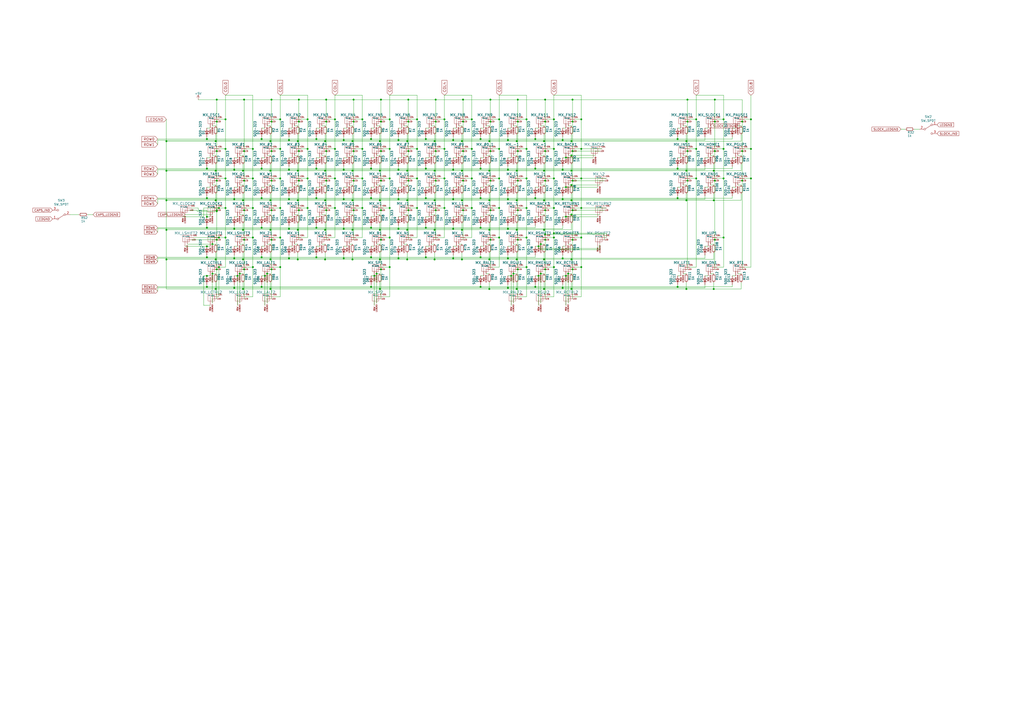
<source format=kicad_sch>
(kicad_sch (version 20211123) (generator eeschema)
  (paper "A2")
  (junction (at 414.02 167.64))
  (junction (at 310.515 80.645))
  (junction (at 127 120.65))
  (junction (at 273.685 69.215))
  (junction (at 393.065 114.935))
  (junction (at 262.89 115.57))
  (junction (at 315.595 116.205))
  (junction (at 283.845 150.495))
  (junction (at 204.47 81.915))
  (junction (at 236.22 133.35))
  (junction (at 398.78 57.785))
  (junction (at 268.605 87.63))
  (junction (at 215.265 166.37))
  (junction (at 162.56 69.215))
  (junction (at 236.855 104.775))
  (junction (at 273.685 103.505))
  (junction (at 289.56 86.36))
  (junction (at 315.595 81.915))
  (junction (at 141.605 104.775))
  (junction (at 300.355 104.775))
  (junction (at 220.345 167.64))
  (junction (at 157.48 121.92))
  (junction (at 215.265 149.225))
  (junction (at 194.31 120.65))
  (junction (at 278.765 80.645))
  (junction (at 257.81 69.215))
  (junction (at 199.39 115.57))
  (junction (at 278.765 166.37))
  (junction (at 139.065 158.75))
  (junction (at 226.06 120.65))
  (junction (at 316.23 70.485))
  (junction (at 289.56 69.215))
  (junction (at 419.735 103.505))
  (junction (at 125.73 104.775))
  (junction (at 321.31 103.505))
  (junction (at 220.345 150.495))
  (junction (at 172.72 81.915))
  (junction (at 299.72 99.06))
  (junction (at 226.06 154.94))
  (junction (at 173.355 104.775))
  (junction (at 337.185 86.36))
  (junction (at 178.435 120.65))
  (junction (at 337.185 154.94))
  (junction (at 236.22 81.915))
  (junction (at 252.73 87.63))
  (junction (at 125.73 87.63))
  (junction (at 305.435 120.65))
  (junction (at 315.595 150.495))
  (junction (at 167.64 98.425))
  (junction (at 130.81 103.505))
  (junction (at 96.52 133.35))
  (junction (at 296.545 160.02))
  (junction (at 300.355 57.785))
  (junction (at 316.23 139.065))
  (junction (at 140.97 116.205))
  (junction (at 398.145 167.64))
  (junction (at 326.39 98.425))
  (junction (at 173.355 70.485))
  (junction (at 283.845 116.205))
  (junction (at 332.105 57.785))
  (junction (at 310.515 97.79))
  (junction (at 231.14 132.715))
  (junction (at 257.81 120.65))
  (junction (at 218.44 158.75))
  (junction (at 236.22 150.495))
  (junction (at 414.655 70.485))
  (junction (at 326.39 149.86))
  (junction (at 167.64 115.57))
  (junction (at 231.14 81.28))
  (junction (at 414.02 99.06))
  (junction (at 398.78 70.485))
  (junction (at 241.935 120.65))
  (junction (at 299.72 167.64))
  (junction (at 123.19 158.75))
  (junction (at 231.14 98.425))
  (junction (at 267.97 81.915))
  (junction (at 262.89 81.28))
  (junction (at 430.53 104.775))
  (junction (at 331.47 167.64))
  (junction (at 125.73 57.785))
  (junction (at 252.73 104.775))
  (junction (at 414.655 139.065))
  (junction (at 289.56 103.505))
  (junction (at 189.23 104.775))
  (junction (at 220.98 57.785))
  (junction (at 220.98 87.63))
  (junction (at 183.515 80.645))
  (junction (at 215.265 80.645))
  (junction (at 315.595 133.35))
  (junction (at 156.845 81.915))
  (junction (at 326.39 115.57))
  (junction (at 305.435 137.795))
  (junction (at 294.64 98.425))
  (junction (at 226.06 103.505))
  (junction (at 393.065 80.645))
  (junction (at 289.56 137.795))
  (junction (at 329.565 158.75))
  (junction (at 284.48 139.065))
  (junction (at 125.095 116.205))
  (junction (at 236.22 99.06))
  (junction (at 210.185 86.36))
  (junction (at 331.47 124.46))
  (junction (at 189.23 121.92))
  (junction (at 284.48 70.485))
  (junction (at 315.595 167.64))
  (junction (at 236.855 121.92))
  (junction (at 252.095 150.495))
  (junction (at 120.015 132.08))
  (junction (at 157.48 70.485))
  (junction (at 257.81 103.505))
  (junction (at 141.605 139.065))
  (junction (at 252.73 57.785))
  (junction (at 267.97 150.495))
  (junction (at 331.47 150.495))
  (junction (at 151.765 149.225))
  (junction (at 178.435 86.36))
  (junction (at 316.23 135.89))
  (junction (at 178.435 69.215))
  (junction (at 268.605 104.775))
  (junction (at 231.14 149.86))
  (junction (at 268.605 70.485))
  (junction (at 141.605 57.785))
  (junction (at 146.685 120.65))
  (junction (at 316.23 104.775))
  (junction (at 127 154.94))
  (junction (at 120.015 97.79))
  (junction (at 188.595 133.35))
  (junction (at 305.435 86.36))
  (junction (at 435.61 86.36))
  (junction (at 146.685 103.505))
  (junction (at 125.095 99.06))
  (junction (at 337.185 137.795))
  (junction (at 284.48 87.63))
  (junction (at 337.185 69.215))
  (junction (at 146.685 86.36))
  (junction (at 316.23 121.92))
  (junction (at 257.81 86.36))
  (junction (at 220.345 81.915))
  (junction (at 419.735 69.215))
  (junction (at 300.355 121.92))
  (junction (at 140.97 167.64))
  (junction (at 96.52 99.06))
  (junction (at 127 137.795))
  (junction (at 220.345 133.35))
  (junction (at 393.065 166.37))
  (junction (at 146.685 137.795))
  (junction (at 173.355 57.785))
  (junction (at 173.355 87.63))
  (junction (at 125.73 156.21))
  (junction (at 120.015 125.73))
  (junction (at 283.845 167.64))
  (junction (at 283.845 81.915))
  (junction (at 321.31 120.65))
  (junction (at 241.935 103.505))
  (junction (at 157.48 104.775))
  (junction (at 297.815 158.75))
  (junction (at 284.48 57.785))
  (junction (at 162.56 154.94))
  (junction (at 153.67 160.02))
  (junction (at 321.31 154.94))
  (junction (at 331.47 116.205))
  (junction (at 141.605 87.63))
  (junction (at 328.295 125.73))
  (junction (at 316.23 156.21))
  (junction (at 305.435 154.94))
  (junction (at 321.31 86.36))
  (junction (at 188.595 150.495))
  (junction (at 162.56 137.795))
  (junction (at 125.73 139.065))
  (junction (at 204.47 99.06))
  (junction (at 226.06 137.795))
  (junction (at 247.015 149.225))
  (junction (at 146.685 154.94))
  (junction (at 267.97 116.205))
  (junction (at 125.73 122.555))
  (junction (at 326.39 167.005))
  (junction (at 120.015 149.225))
  (junction (at 294.64 132.715))
  (junction (at 172.72 99.06))
  (junction (at 267.97 99.06))
  (junction (at 151.765 166.37))
  (junction (at 294.64 115.57))
  (junction (at 403.86 86.36))
  (junction (at 130.81 86.36))
  (junction (at 283.845 99.06))
  (junction (at 215.265 114.935))
  (junction (at 331.47 107.315))
  (junction (at 130.81 137.795))
  (junction (at 326.39 81.28))
  (junction (at 96.52 150.495))
  (junction (at 332.105 87.63))
  (junction (at 157.48 87.63))
  (junction (at 252.095 116.205))
  (junction (at 294.64 81.28))
  (junction (at 294.64 167.005))
  (junction (at 130.81 120.65))
  (junction (at 430.53 70.485))
  (junction (at 96.52 116.205))
  (junction (at 321.31 135.255))
  (junction (at 199.39 149.86))
  (junction (at 313.69 158.75))
  (junction (at 398.145 81.915))
  (junction (at 252.73 121.92))
  (junction (at 162.56 120.65))
  (junction (at 199.39 81.28))
  (junction (at 151.765 132.08))
  (junction (at 430.53 87.63))
  (junction (at 151.765 97.79))
  (junction (at 189.23 87.63))
  (junction (at 321.31 137.795))
  (junction (at 414.655 57.785))
  (junction (at 120.015 142.875))
  (junction (at 268.605 121.92))
  (junction (at 273.685 86.36))
  (junction (at 205.105 87.63))
  (junction (at 130.81 69.215))
  (junction (at 125.73 70.485))
  (junction (at 231.14 115.57))
  (junction (at 226.06 86.36))
  (junction (at 262.89 149.86))
  (junction (at 220.345 116.205))
  (junction (at 300.355 139.065))
  (junction (at 299.72 116.205))
  (junction (at 123.19 141.605))
  (junction (at 252.095 99.06))
  (junction (at 316.23 87.63))
  (junction (at 120.015 114.935))
  (junction (at 135.89 149.86))
  (junction (at 140.97 99.06))
  (junction (at 215.265 97.79))
  (junction (at 204.47 133.35))
  (junction (at 96.52 81.915))
  (junction (at 120.015 166.37))
  (junction (at 241.935 69.215))
  (junction (at 332.105 104.775))
  (junction (at 173.355 121.92))
  (junction (at 419.735 137.795))
  (junction (at 189.23 57.785))
  (junction (at 262.89 132.715))
  (junction (at 332.105 121.92))
  (junction (at 299.72 133.35))
  (junction (at 241.935 86.36))
  (junction (at 273.685 120.65))
  (junction (at 305.435 103.505))
  (junction (at 178.435 103.505))
  (junction (at 312.42 160.02))
  (junction (at 205.105 70.485))
  (junction (at 252.095 133.35))
  (junction (at 284.48 104.775))
  (junction (at 151.765 80.645))
  (junction (at 435.61 69.215))
  (junction (at 278.765 132.08))
  (junction (at 332.105 139.065))
  (junction (at 220.98 139.065))
  (junction (at 328.295 91.44))
  (junction (at 419.735 86.36))
  (junction (at 183.515 97.79))
  (junction (at 220.345 99.06))
  (junction (at 305.435 69.215))
  (junction (at 204.47 116.205))
  (junction (at 262.89 98.425))
  (junction (at 135.89 115.57))
  (junction (at 278.765 149.225))
  (junction (at 299.72 81.915))
  (junction (at 140.97 150.495))
  (junction (at 321.31 69.215))
  (junction (at 331.47 81.915))
  (junction (at 167.64 81.28))
  (junction (at 403.86 69.215))
  (junction (at 157.48 156.21))
  (junction (at 236.855 87.63))
  (junction (at 215.265 132.08))
  (junction (at 156.845 167.64))
  (junction (at 252.095 81.915))
  (junction (at 328.295 160.02))
  (junction (at 403.86 103.505))
  (junction (at 299.72 150.495))
  (junction (at 247.015 97.79))
  (junction (at 125.095 150.495))
  (junction (at 268.605 57.785))
  (junction (at 172.72 133.35))
  (junction (at 156.845 116.205))
  (junction (at 120.015 160.02))
  (junction (at 398.78 104.775))
  (junction (at 337.185 103.505))
  (junction (at 278.765 114.935))
  (junction (at 172.72 150.495))
  (junction (at 247.015 114.935))
  (junction (at 188.595 99.06))
  (junction (at 157.48 57.785))
  (junction (at 310.515 166.37))
  (junction (at 332.105 156.21))
  (junction (at 332.105 70.485))
  (junction (at 157.48 139.065))
  (junction (at 284.48 121.92))
  (junction (at 316.23 57.785))
  (junction (at 226.06 69.215))
  (junction (at 278.765 97.79))
  (junction (at 188.595 81.915))
  (junction (at 141.605 156.21))
  (junction (at 289.56 120.65))
  (junction (at 331.47 90.17))
  (junction (at 137.795 160.02))
  (junction (at 313.69 141.605))
  (junction (at 199.39 98.425))
  (junction (at 398.78 87.63))
  (junction (at 300.355 156.21))
  (junction (at 210.185 120.65))
  (junction (at 331.47 99.06))
  (junction (at 414.655 104.775))
  (junction (at 414.655 87.63))
  (junction (at 328.295 108.585))
  (junction (at 217.17 160.02))
  (junction (at 220.98 70.485))
  (junction (at 125.095 81.915))
  (junction (at 393.065 97.79))
  (junction (at 414.02 116.205))
  (junction (at 435.61 103.505))
  (junction (at 162.56 103.505))
  (junction (at 162.56 86.36))
  (junction (at 135.89 167.005))
  (junction (at 135.89 132.715))
  (junction (at 205.105 57.785))
  (junction (at 125.095 167.64))
  (junction (at 300.355 87.63))
  (junction (at 236.855 57.785))
  (junction (at 220.98 156.21))
  (junction (at 205.105 104.775))
  (junction (at 194.31 69.215))
  (junction (at 183.515 149.225))
  (junction (at 167.64 149.86))
  (junction (at 194.31 86.36))
  (junction (at 283.845 133.35))
  (junction (at 300.355 70.485))
  (junction (at 120.015 80.645))
  (junction (at 210.185 69.215))
  (junction (at 337.185 120.65))
  (junction (at 310.515 114.935))
  (junction (at 151.765 114.935))
  (junction (at 267.97 133.35))
  (junction (at 220.98 121.92))
  (junction (at 247.015 80.645))
  (junction (at 140.97 133.35))
  (junction (at 154.94 158.75))
  (junction (at 188.595 116.205))
  (junction (at 167.64 132.715))
  (junction (at 205.105 121.92))
  (junction (at 135.89 98.425))
  (junction (at 189.23 70.485))
  (junction (at 236.855 70.485))
  (junction (at 183.515 114.935))
  (junction (at 194.31 103.505))
  (junction (at 294.64 149.86))
  (junction (at 247.015 132.08))
  (junction (at 236.22 116.205))
  (junction (at 220.98 104.775))
  (junction (at 398.145 99.06))
  (junction (at 125.73 121.92))
  (junction (at 172.72 116.205))
  (junction (at 183.515 132.08))
  (junction (at 398.145 116.205))
  (junction (at 141.605 121.92))
  (junction (at 156.845 99.06))
  (junction (at 199.39 132.715))
  (junction (at 156.845 150.495))
  (junction (at 210.185 103.505))
  (junction (at 315.595 99.06))
  (junction (at 204.47 150.495))
  (junction (at 156.845 133.35))
  (junction (at 312.42 142.875))
  (junction (at 252.73 70.485))
  (wire (pts (xy 264.795 74.295) (xy 262.89 74.295)))
  (wire (pts (xy 264.795 125.73) (xy 262.89 125.73)))
  (wire (pts (xy 172.72 99.06) (xy 172.72 95.25)))
  (wire (pts (xy 299.72 81.915) (xy 299.72 78.105)))
  (wire (pts (xy 252.095 150.495) (xy 252.095 146.685)))
  (wire (pts (xy 172.72 133.35) (xy 188.595 133.35)))
  (wire (pts (xy 310.515 79.375) (xy 310.515 80.645)))
  (wire (pts (xy 215.265 97.79) (xy 247.015 97.79)))
  (wire (pts (xy 424.815 97.79) (xy 424.815 96.52)))
  (wire (pts (xy 252.73 121.92) (xy 252.73 139.065)))
  (wire (pts (xy 337.185 137.795) (xy 337.185 120.65)))
  (wire (pts (xy 215.265 130.81) (xy 215.265 132.08)))
  (wire (pts (xy 167.64 130.81) (xy 167.64 132.715)))
  (wire (pts (xy 215.265 80.645) (xy 247.015 80.645)))
  (wire (pts (xy 114.935 121.92) (xy 114.935 120.65)))
  (wire (pts (xy 127 137.795) (xy 130.81 137.795)))
  (wire (pts (xy 201.295 91.44) (xy 199.39 91.44)))
  (wire (pts (xy 188.595 133.35) (xy 204.47 133.35)))
  (wire (pts (xy 328.295 108.585) (xy 326.39 108.585)))
  (wire (pts (xy 408.94 98.425) (xy 326.39 98.425)))
  (wire (pts (xy 278.765 130.81) (xy 278.765 132.08)))
  (wire (pts (xy 435.61 69.215) (xy 431.8 69.215)))
  (wire (pts (xy 226.06 120.65) (xy 226.06 137.795)))
  (wire (pts (xy 337.185 86.36) (xy 349.25 86.36)))
  (wire (pts (xy 294.64 96.52) (xy 294.64 98.425)))
  (wire (pts (xy 278.765 166.37) (xy 215.265 166.37)))
  (wire (pts (xy 321.31 120.65) (xy 321.31 135.255)))
  (wire (pts (xy 252.095 133.35) (xy 252.095 129.54)))
  (wire (pts (xy 220.98 57.785) (xy 236.855 57.785)))
  (wire (pts (xy 299.72 150.495) (xy 299.72 146.685)))
  (wire (pts (xy 185.42 142.875) (xy 183.515 142.875)))
  (wire (pts (xy 157.48 173.355) (xy 157.48 156.21)))
  (wire (pts (xy 305.435 120.65) (xy 301.625 120.65)))
  (wire (pts (xy 199.39 147.955) (xy 199.39 149.86)))
  (wire (pts (xy 283.845 81.915) (xy 299.72 81.915)))
  (wire (pts (xy 121.92 108.585) (xy 120.015 108.585)))
  (wire (pts (xy 267.97 107.315) (xy 266.065 107.315)))
  (wire (pts (xy 137.795 91.44) (xy 135.89 91.44)))
  (wire (pts (xy 305.435 137.795) (xy 301.625 137.795)))
  (wire (pts (xy 315.595 141.605) (xy 313.69 141.605)))
  (wire (pts (xy 321.31 103.505) (xy 317.5 103.505)))
  (wire (pts (xy 435.61 103.505) (xy 435.61 154.94)))
  (wire (pts (xy 299.72 163.83) (xy 299.72 167.64)))
  (wire (pts (xy 315.595 99.06) (xy 315.595 95.25)))
  (wire (pts (xy 299.72 116.205) (xy 315.595 116.205)))
  (wire (pts (xy 299.72 150.495) (xy 315.595 150.495)))
  (wire (pts (xy 252.095 116.205) (xy 267.97 116.205)))
  (wire (pts (xy 247.015 114.935) (xy 278.765 114.935)))
  (wire (pts (xy 267.97 90.17) (xy 266.065 90.17)))
  (wire (pts (xy 403.86 55.245) (xy 403.86 69.215)))
  (wire (pts (xy 91.44 132.08) (xy 120.015 132.08)))
  (wire (pts (xy 268.605 57.785) (xy 268.605 70.485)))
  (wire (pts (xy 154.94 158.75) (xy 154.94 175.895)))
  (wire (pts (xy 153.67 142.875) (xy 151.765 142.875)))
  (wire (pts (xy 220.345 124.46) (xy 218.44 124.46)))
  (wire (pts (xy 262.89 81.28) (xy 231.14 81.28)))
  (wire (pts (xy 156.845 116.205) (xy 156.845 112.395)))
  (wire (pts (xy 267.97 124.46) (xy 266.065 124.46)))
  (wire (pts (xy 398.145 167.64) (xy 398.145 163.83)))
  (wire (pts (xy 332.105 87.63) (xy 347.98 87.63)))
  (wire (pts (xy 331.47 81.915) (xy 398.145 81.915)))
  (wire (pts (xy 173.355 104.775) (xy 173.355 121.92)))
  (wire (pts (xy 284.48 104.775) (xy 284.48 121.92)))
  (wire (pts (xy 226.06 69.215) (xy 226.06 86.36)))
  (wire (pts (xy 141.605 139.065) (xy 141.605 156.21)))
  (wire (pts (xy 398.78 57.785) (xy 414.655 57.785)))
  (wire (pts (xy 231.14 149.86) (xy 199.39 149.86)))
  (wire (pts (xy 127 137.795) (xy 112.395 137.795)))
  (wire (pts (xy 315.595 158.75) (xy 313.69 158.75)))
  (wire (pts (xy 220.345 141.605) (xy 218.44 141.605)))
  (wire (pts (xy 40.64 124.46) (xy 45.72 124.46)))
  (wire (pts (xy 199.39 113.665) (xy 199.39 115.57)))
  (wire (pts (xy 326.39 91.44) (xy 328.295 91.44)))
  (wire (pts (xy 408.94 147.955) (xy 408.94 149.86)))
  (wire (pts (xy 120.015 97.79) (xy 151.765 97.79)))
  (wire (pts (xy 130.81 120.65) (xy 130.81 137.795)))
  (wire (pts (xy 321.31 69.215) (xy 317.5 69.215)))
  (wire (pts (xy 429.895 90.17) (xy 427.99 90.17)))
  (wire (pts (xy 141.605 57.785) (xy 157.48 57.785)))
  (wire (pts (xy 326.39 98.425) (xy 294.64 98.425)))
  (wire (pts (xy 305.435 103.505) (xy 301.625 103.505)))
  (wire (pts (xy 337.185 69.215) (xy 333.375 69.215)))
  (wire (pts (xy 296.545 142.875) (xy 294.64 142.875)))
  (wire (pts (xy 331.47 116.205) (xy 398.145 116.205)))
  (wire (pts (xy 305.435 137.795) (xy 305.435 154.94)))
  (wire (pts (xy 185.42 91.44) (xy 183.515 91.44)))
  (wire (pts (xy 299.72 90.17) (xy 297.815 90.17)))
  (wire (pts (xy 125.73 104.775) (xy 125.73 121.92)))
  (wire (pts (xy 284.48 121.92) (xy 284.48 139.065)))
  (wire (pts (xy 273.685 120.65) (xy 273.685 137.795)))
  (wire (pts (xy 123.19 141.605) (xy 108.585 141.605)))
  (wire (pts (xy 236.22 90.17) (xy 234.315 90.17)))
  (wire (pts (xy 315.595 90.17) (xy 313.69 90.17)))
  (wire (pts (xy 403.86 69.215) (xy 400.05 69.215)))
  (wire (pts (xy 218.44 158.75) (xy 218.44 175.895)))
  (wire (pts (xy 294.64 147.955) (xy 294.64 149.86)))
  (wire (pts (xy 146.685 120.65) (xy 146.685 137.795)))
  (wire (pts (xy 280.67 142.875) (xy 278.765 142.875)))
  (wire (pts (xy 125.73 57.785) (xy 114.935 57.785)))
  (wire (pts (xy 194.31 69.215) (xy 190.5 69.215)))
  (wire (pts (xy 419.735 86.36) (xy 419.735 103.505)))
  (wire (pts (xy 247.015 113.665) (xy 247.015 114.935)))
  (wire (pts (xy 247.015 97.79) (xy 278.765 97.79)))
  (wire (pts (xy 332.105 173.355) (xy 332.105 156.21)))
  (wire (pts (xy 310.515 96.52) (xy 310.515 97.79)))
  (wire (pts (xy 153.67 125.73) (xy 151.765 125.73)))
  (wire (pts (xy 284.48 57.785) (xy 300.355 57.785)))
  (wire (pts (xy 299.72 167.64) (xy 315.595 167.64)))
  (wire (pts (xy 267.97 81.915) (xy 283.845 81.915)))
  (wire (pts (xy 125.095 150.495) (xy 125.095 146.685)))
  (wire (pts (xy 414.02 141.605) (xy 412.115 141.605)))
  (wire (pts (xy 410.845 160.02) (xy 408.94 160.02)))
  (wire (pts (xy 294.64 132.715) (xy 262.89 132.715)))
  (wire (pts (xy 140.97 124.46) (xy 139.065 124.46)))
  (wire (pts (xy 393.065 97.79) (xy 424.815 97.79)))
  (wire (pts (xy 278.765 149.225) (xy 310.515 149.225)))
  (wire (pts (xy 310.515 166.37) (xy 393.065 166.37)))
  (wire (pts (xy 435.61 103.505) (xy 431.8 103.505)))
  (wire (pts (xy 332.105 57.785) (xy 398.78 57.785)))
  (wire (pts (xy 231.14 113.665) (xy 231.14 115.57)))
  (wire (pts (xy 120.015 149.225) (xy 91.44 149.225)))
  (wire (pts (xy 236.22 150.495) (xy 252.095 150.495)))
  (wire (pts (xy 248.92 108.585) (xy 247.015 108.585)))
  (wire (pts (xy 394.97 108.585) (xy 393.065 108.585)))
  (wire (pts (xy 273.685 86.36) (xy 273.685 103.505)))
  (wire (pts (xy 146.685 154.94) (xy 146.685 172.085)))
  (wire (pts (xy 215.265 166.37) (xy 151.765 166.37)))
  (wire (pts (xy 172.72 90.17) (xy 170.815 90.17)))
  (wire (pts (xy 294.64 130.81) (xy 294.64 132.715)))
  (wire (pts (xy 141.605 87.63) (xy 141.605 104.775)))
  (wire (pts (xy 91.44 81.28) (xy 167.64 81.28)))
  (wire (pts (xy 313.69 144.78) (xy 313.69 141.605)))
  (wire (pts (xy 91.44 114.935) (xy 120.015 114.935)))
  (wire (pts (xy 236.855 87.63) (xy 236.855 104.775)))
  (wire (pts (xy 151.765 97.79) (xy 183.515 97.79)))
  (wire (pts (xy 398.145 81.915) (xy 429.895 81.915)))
  (wire (pts (xy 252.73 57.785) (xy 252.73 70.485)))
  (wire (pts (xy 393.065 91.44) (xy 394.97 91.44)))
  (wire (pts (xy 220.345 116.205) (xy 236.22 116.205)))
  (wire (pts (xy 210.185 103.505) (xy 206.375 103.505)))
  (wire (pts (xy 183.515 79.375) (xy 183.515 80.645)))
  (wire (pts (xy 278.765 114.935) (xy 310.515 114.935)))
  (wire (pts (xy 305.435 103.505) (xy 305.435 120.65)))
  (wire (pts (xy 125.73 57.785) (xy 141.605 57.785)))
  (wire (pts (xy 156.845 150.495) (xy 156.845 146.685)))
  (wire (pts (xy 262.89 147.955) (xy 262.89 149.86)))
  (wire (pts (xy 157.48 70.485) (xy 157.48 87.63)))
  (wire (pts (xy 316.23 70.485) (xy 316.23 87.63)))
  (wire (pts (xy 273.685 103.505) (xy 273.685 120.65)))
  (wire (pts (xy 331.47 163.83) (xy 331.47 167.64)))
  (wire (pts (xy 204.47 133.35) (xy 220.345 133.35)))
  (wire (pts (xy 120.015 166.37) (xy 151.765 166.37)))
  (wire (pts (xy 331.47 158.75) (xy 329.565 158.75)))
  (wire (pts (xy 294.64 165.1) (xy 294.64 167.005)))
  (wire (pts (xy 125.095 90.17) (xy 123.19 90.17)))
  (wire (pts (xy 257.81 103.505) (xy 257.81 120.65)))
  (wire (pts (xy 305.435 172.085) (xy 305.435 154.94)))
  (wire (pts (xy 252.095 116.205) (xy 252.095 112.395)))
  (wire (pts (xy 188.595 141.605) (xy 186.69 141.605)))
  (wire (pts (xy 248.92 125.73) (xy 247.015 125.73)))
  (wire (pts (xy 289.56 120.65) (xy 285.75 120.65)))
  (wire (pts (xy 283.845 141.605) (xy 281.94 141.605)))
  (wire (pts (xy 91.44 97.79) (xy 120.015 97.79)))
  (wire (pts (xy 140.97 150.495) (xy 156.845 150.495)))
  (wire (pts (xy 326.39 167.005) (xy 294.64 167.005)))
  (wire (pts (xy 153.67 74.295) (xy 151.765 74.295)))
  (wire (pts (xy 283.845 107.315) (xy 281.94 107.315)))
  (wire (pts (xy 273.685 86.36) (xy 269.875 86.36)))
  (wire (pts (xy 91.44 118.11) (xy 91.44 115.57)))
  (wire (pts (xy 313.69 158.75) (xy 313.69 175.895)))
  (wire (pts (xy 123.19 158.75) (xy 123.19 175.895)))
  (wire (pts (xy 283.845 99.06) (xy 283.845 95.25)))
  (wire (pts (xy 403.86 86.36) (xy 403.86 103.505)))
  (wire (pts (xy 252.73 104.775) (xy 252.73 121.92)))
  (wire (pts (xy 157.48 139.065) (xy 157.48 156.21)))
  (wire (pts (xy 118.11 125.73) (xy 106.045 125.73)))
  (wire (pts (xy 268.605 70.485) (xy 268.605 87.63)))
  (wire (pts (xy 140.97 133.35) (xy 156.845 133.35)))
  (wire (pts (xy 162.56 172.085) (xy 158.75 172.085)))
  (wire (pts (xy 262.89 113.665) (xy 262.89 115.57)))
  (wire (pts (xy 215.265 165.1) (xy 215.265 166.37)))
  (wire (pts (xy 189.23 70.485) (xy 189.23 87.63)))
  (wire (pts (xy 408.94 96.52) (xy 408.94 98.425)))
  (wire (pts (xy 252.095 107.315) (xy 250.19 107.315)))
  (wire (pts (xy 435.61 86.36) (xy 435.61 103.505)))
  (wire (pts (xy 226.06 55.245) (xy 226.06 69.215)))
  (wire (pts (xy 130.81 86.36) (xy 127 86.36)))
  (wire (pts (xy 236.22 133.35) (xy 252.095 133.35)))
  (wire (pts (xy 146.685 137.795) (xy 142.875 137.795)))
  (wire (pts (xy 393.065 97.79) (xy 393.065 96.52)))
  (wire (pts (xy 135.89 96.52) (xy 135.89 98.425)))
  (wire (pts (xy 210.185 69.215) (xy 206.375 69.215)))
  (wire (pts (xy 156.845 107.315) (xy 154.94 107.315)))
  (wire (pts (xy 248.92 91.44) (xy 247.015 91.44)))
  (wire (pts (xy 294.64 115.57) (xy 262.89 115.57)))
  (wire (pts (xy 410.845 108.585) (xy 408.94 108.585)))
  (wire (pts (xy 419.735 103.505) (xy 415.925 103.505)))
  (wire (pts (xy 220.98 156.21) (xy 220.98 139.065)))
  (wire (pts (xy 328.295 125.73) (xy 346.71 125.73)))
  (wire (pts (xy 257.81 103.505) (xy 254 103.505)))
  (wire (pts (xy 156.845 150.495) (xy 172.72 150.495)))
  (wire (pts (xy 350.52 135.89) (xy 350.52 139.065)))
  (wire (pts (xy 299.72 99.06) (xy 315.595 99.06)))
  (wire (pts (xy 408.94 165.1) (xy 408.94 167.005)))
  (wire (pts (xy 217.17 125.73) (xy 215.265 125.73)))
  (wire (pts (xy 328.295 160.02) (xy 326.39 160.02)))
  (wire (pts (xy 118.11 160.02) (xy 120.015 160.02)))
  (wire (pts (xy 268.605 57.785) (xy 284.48 57.785)))
  (wire (pts (xy 157.48 104.775) (xy 157.48 121.92)))
  (wire (pts (xy 204.47 150.495) (xy 220.345 150.495)))
  (wire (pts (xy 183.515 80.645) (xy 215.265 80.645)))
  (wire (pts (xy 233.045 74.295) (xy 231.14 74.295)))
  (wire (pts (xy 210.185 103.505) (xy 210.185 120.65)))
  (wire (pts (xy 172.72 81.915) (xy 172.72 78.105)))
  (wire (pts (xy 157.48 121.92) (xy 157.48 139.065)))
  (wire (pts (xy 118.11 120.65) (xy 118.11 125.73)))
  (wire (pts (xy 220.345 81.915) (xy 220.345 78.105)))
  (wire (pts (xy 194.31 120.65) (xy 194.31 137.795)))
  (wire (pts (xy 188.595 116.205) (xy 188.595 112.395)))
  (wire (pts (xy 125.095 150.495) (xy 140.97 150.495)))
  (wire (pts (xy 140.97 163.83) (xy 140.97 167.64)))
  (wire (pts (xy 396.24 90.17) (xy 398.145 90.17)))
  (wire (pts (xy 194.31 55.245) (xy 194.31 69.215)))
  (wire (pts (xy 280.67 108.585) (xy 278.765 108.585)))
  (wire (pts (xy 247.015 132.08) (xy 278.765 132.08)))
  (wire (pts (xy 91.44 149.86) (xy 91.44 151.765)))
  (wire (pts (xy 226.06 172.085) (xy 222.25 172.085)))
  (wire (pts (xy 220.345 167.64) (xy 283.845 167.64)))
  (wire (pts (xy 321.31 135.255) (xy 321.31 137.795)))
  (wire (pts (xy 178.435 103.505) (xy 174.625 103.505)))
  (wire (pts (xy 419.735 103.505) (xy 419.735 137.795)))
  (wire (pts (xy 236.855 104.775) (xy 236.855 121.92)))
  (wire (pts (xy 169.545 108.585) (xy 167.64 108.585)))
  (wire (pts (xy 321.31 154.94) (xy 317.5 154.94)))
  (wire (pts (xy 156.845 124.46) (xy 154.94 124.46)))
  (wire (pts (xy 220.345 133.35) (xy 220.345 129.54)))
  (wire (pts (xy 321.31 86.36) (xy 321.31 103.505)))
  (wire (pts (xy 236.855 57.785) (xy 236.855 70.485)))
  (wire (pts (xy 267.97 81.915) (xy 267.97 78.105)))
  (wire (pts (xy 347.98 141.605) (xy 347.98 144.78)))
  (wire (pts (xy 315.595 116.205) (xy 315.595 112.395)))
  (wire (pts (xy 429.895 107.315) (xy 427.99 107.315)))
  (wire (pts (xy 120.015 80.645) (xy 91.44 80.645)))
  (wire (pts (xy 337.185 154.94) (xy 337.185 137.795)))
  (wire (pts (xy 310.515 125.73) (xy 312.42 125.73)))
  (wire (pts (xy 312.42 91.44) (xy 310.515 91.44)))
  (wire (pts (xy 299.72 107.315) (xy 297.815 107.315)))
  (wire (pts (xy 156.845 163.83) (xy 156.845 167.64)))
  (wire (pts (xy 262.89 132.715) (xy 231.14 132.715)))
  (wire (pts (xy 280.67 91.44) (xy 278.765 91.44)))
  (wire (pts (xy 96.52 133.35) (xy 96.52 116.205)))
  (wire (pts (xy 114.3 121.92) (xy 114.3 122.555)))
  (wire (pts (xy 236.22 81.915) (xy 252.095 81.915)))
  (wire (pts (xy 321.31 137.795) (xy 321.31 154.94)))
  (wire (pts (xy 419.735 86.36) (xy 415.925 86.36)))
  (wire (pts (xy 267.97 73.025) (xy 266.065 73.025)))
  (wire (pts (xy 398.145 99.06) (xy 398.145 95.25)))
  (wire (pts (xy 130.81 69.215) (xy 130.81 86.36)))
  (wire (pts (xy 262.89 79.375) (xy 262.89 81.28)))
  (wire (pts (xy 419.735 69.215) (xy 419.735 86.36)))
  (wire (pts (xy 217.17 160.02) (xy 217.17 177.165)))
  (wire (pts (xy 299.72 73.025) (xy 297.815 73.025)))
  (wire (pts (xy 299.72 99.06) (xy 299.72 95.25)))
  (wire (pts (xy 125.73 139.065) (xy 125.73 156.21)))
  (wire (pts (xy 326.39 113.665) (xy 326.39 115.57)))
  (wire (pts (xy 289.56 154.94) (xy 289.56 137.795)))
  (wire (pts (xy 167.64 147.955) (xy 167.64 149.86)))
  (wire (pts (xy 305.435 69.215) (xy 301.625 69.215)))
  (wire (pts (xy 262.89 130.81) (xy 262.89 132.715)))
  (wire (pts (xy 398.78 70.485) (xy 398.78 87.63)))
  (wire (pts (xy 91.44 115.57) (xy 135.89 115.57)))
  (wire (pts (xy 247.015 149.225) (xy 247.015 147.955)))
  (wire (pts (xy 300.355 87.63) (xy 300.355 104.775)))
  (wire (pts (xy 326.39 165.1) (xy 326.39 167.005)))
  (wire (pts (xy 220.345 81.915) (xy 236.22 81.915)))
  (wire (pts (xy 125.095 158.75) (xy 123.19 158.75)))
  (wire (pts (xy 351.79 137.795) (xy 351.79 135.255)))
  (wire (pts (xy 426.72 108.585) (xy 424.815 108.585)))
  (wire (pts (xy 331.47 133.35) (xy 331.47 129.54)))
  (wire (pts (xy 204.47 73.025) (xy 202.565 73.025)))
  (wire (pts (xy 316.23 104.775) (xy 316.23 121.92)))
  (wire (pts (xy 167.64 79.375) (xy 167.64 81.28)))
  (wire (pts (xy 120.015 166.37) (xy 120.015 165.1)))
  (wire (pts (xy 305.435 55.245) (xy 305.435 69.215)))
  (wire (pts (xy 183.515 149.225) (xy 183.515 147.955)))
  (wire (pts (xy 157.48 57.785) (xy 173.355 57.785)))
  (wire (pts (xy 226.06 86.36) (xy 226.06 103.505)))
  (wire (pts (xy 289.56 103.505) (xy 289.56 120.65)))
  (wire (pts (xy 241.935 120.65) (xy 238.125 120.65)))
  (wire (pts (xy 398.78 57.785) (xy 398.78 70.485)))
  (wire (pts (xy 435.61 55.245) (xy 435.61 69.215)))
  (wire (pts (xy 337.185 172.085) (xy 333.375 172.085)))
  (wire (pts (xy 146.685 86.36) (xy 142.875 86.36)))
  (wire (pts (xy 236.22 107.315) (xy 234.315 107.315)))
  (wire (pts (xy 312.42 108.585) (xy 310.515 108.585)))
  (wire (pts (xy 130.81 154.94) (xy 127 154.94)))
  (wire (pts (xy 419.735 55.245) (xy 419.735 69.215)))
  (wire (pts (xy 120.015 142.875) (xy 107.315 142.875)))
  (wire (pts (xy 199.39 79.375) (xy 199.39 81.28)))
  (wire (pts (xy 226.06 137.795) (xy 226.06 154.94)))
  (wire (pts (xy 162.56 86.36) (xy 162.56 103.505)))
  (wire (pts (xy 157.48 57.785) (xy 157.48 70.485)))
  (wire (pts (xy 141.605 173.355) (xy 141.605 156.21)))
  (wire (pts (xy 430.53 104.775) (xy 430.53 156.21)))
  (wire (pts (xy 398.78 104.775) (xy 398.78 156.21)))
  (wire (pts (xy 123.19 141.605) (xy 125.095 141.605)))
  (wire (pts (xy 305.435 154.94) (xy 301.625 154.94)))
  (wire (pts (xy 167.64 98.425) (xy 135.89 98.425)))
  (wire (pts (xy 351.79 103.505) (xy 337.185 103.505)))
  (wire (pts (xy 273.685 137.795) (xy 269.875 137.795)))
  (wire (pts (xy 403.86 103.505) (xy 400.05 103.505)))
  (wire (pts (xy 125.095 116.205) (xy 96.52 116.205)))
  (wire (pts (xy 278.765 113.665) (xy 278.765 114.935)))
  (wire (pts (xy 172.72 124.46) (xy 170.815 124.46)))
  (wire (pts (xy 351.79 135.255) (xy 321.31 135.255)))
  (wire (pts (xy 146.685 103.505) (xy 142.875 103.505)))
  (wire (pts (xy 162.56 55.245) (xy 178.435 55.245)))
  (wire (pts (xy 262.89 98.425) (xy 231.14 98.425)))
  (wire (pts (xy 267.97 133.35) (xy 283.845 133.35)))
  (wire (pts (xy 125.73 70.485) (xy 125.73 87.63)))
  (wire (pts (xy 188.595 81.915) (xy 188.595 78.105)))
  (wire (pts (xy 252.095 133.35) (xy 267.97 133.35)))
  (wire (pts (xy 120.015 125.73) (xy 120.015 121.92)))
  (wire (pts (xy 226.06 69.215) (xy 222.25 69.215)))
  (wire (pts (xy 217.17 160.02) (xy 215.265 160.02)))
  (wire (pts (xy 241.935 103.505) (xy 241.935 120.65)))
  (wire (pts (xy 151.765 165.1) (xy 151.765 166.37)))
  (wire (pts (xy 398.145 116.205) (xy 398.145 112.395)))
  (wire (pts (xy 162.56 137.795) (xy 162.56 154.94)))
  (wire (pts (xy 328.295 142.875) (xy 326.39 142.875)))
  (wire (pts (xy 257.81 69.215) (xy 254 69.215)))
  (wire (pts (xy 326.39 130.81) (xy 326.39 132.715)))
  (wire (pts (xy 419.735 69.215) (xy 415.925 69.215)))
  (wire (pts (xy 120.015 113.665) (xy 120.015 114.935)))
  (wire (pts (xy 252.095 150.495) (xy 267.97 150.495)))
  (wire (pts (xy 217.17 91.44) (xy 215.265 91.44)))
  (wire (pts (xy 435.61 154.94) (xy 431.8 154.94)))
  (wire (pts (xy 289.56 103.505) (xy 285.75 103.505)))
  (wire (pts (xy 137.795 142.875) (xy 135.89 142.875)))
  (wire (pts (xy 430.53 57.785) (xy 430.53 70.485)))
  (wire (pts (xy 130.81 86.36) (xy 130.81 103.505)))
  (wire (pts (xy 220.345 150.495) (xy 236.22 150.495)))
  (wire (pts (xy 294.64 113.665) (xy 294.64 115.57)))
  (wire (pts (xy 393.065 114.935) (xy 424.815 114.935)))
  (wire (pts (xy 236.22 99.06) (xy 236.22 95.25)))
  (wire (pts (xy 273.685 55.245) (xy 273.685 69.215)))
  (wire (pts (xy 183.515 96.52) (xy 183.515 97.79)))
  (wire (pts (xy 185.42 125.73) (xy 183.515 125.73)))
  (wire (pts (xy 220.345 163.83) (xy 220.345 167.64)))
  (wire (pts (xy 146.685 137.795) (xy 146.685 154.94)))
  (wire (pts (xy 172.72 133.35) (xy 172.72 129.54)))
  (wire (pts (xy 296.545 74.295) (xy 294.64 74.295)))
  (wire (pts (xy 429.895 73.025) (xy 427.99 73.025)))
  (wire (pts (xy 172.72 107.315) (xy 170.815 107.315)))
  (wire (pts (xy 226.06 86.36) (xy 222.25 86.36)))
  (wire (pts (xy 280.67 125.73) (xy 278.765 125.73)))
  (wire (pts (xy 300.355 57.785) (xy 316.23 57.785)))
  (wire (pts (xy 236.855 121.92) (xy 236.855 139.065)))
  (wire (pts (xy 96.52 99.06) (xy 96.52 81.915)))
  (wire (pts (xy 156.845 73.025) (xy 154.94 73.025)))
  (wire (pts (xy 140.97 90.17) (xy 139.065 90.17)))
  (wire (pts (xy 226.06 137.795) (xy 222.25 137.795)))
  (wire (pts (xy 310.515 97.79) (xy 393.065 97.79)))
  (wire (pts (xy 273.685 69.215) (xy 269.875 69.215)))
  (wire (pts (xy 403.86 69.215) (xy 403.86 86.36)))
  (wire (pts (xy 125.095 116.205) (xy 125.095 112.395)))
  (wire (pts (xy 326.39 81.28) (xy 294.64 81.28)))
  (wire (pts (xy 283.845 158.75) (xy 281.94 158.75)))
  (wire (pts (xy 204.47 116.205) (xy 204.47 112.395)))
  (wire (pts (xy 231.14 96.52) (xy 231.14 98.425)))
  (wire (pts (xy 125.095 81.915) (xy 125.095 78.105)))
  (wire (pts (xy 141.605 121.92) (xy 141.605 139.065)))
  (wire (pts (xy 125.095 99.06) (xy 140.97 99.06)))
  (wire (pts (xy 236.22 116.205) (xy 236.22 112.395)))
  (wire (pts (xy 199.39 98.425) (xy 167.64 98.425)))
  (wire (pts (xy 204.47 99.06) (xy 204.47 95.25)))
  (wire (pts (xy 252.095 141.605) (xy 250.19 141.605)))
  (wire (pts (xy 96.52 69.215) (xy 96.52 81.915)))
  (wire (pts (xy 231.14 132.715) (xy 199.39 132.715)))
  (wire (pts (xy 329.565 124.46) (xy 331.47 124.46)))
  (wire (pts (xy 204.47 81.915) (xy 220.345 81.915)))
  (wire (pts (xy 135.89 130.81) (xy 135.89 132.715)))
  (wire (pts (xy 167.64 149.86) (xy 135.89 149.86)))
  (wire (pts (xy 210.185 55.245) (xy 210.185 69.215)))
  (wire (pts (xy 125.095 116.205) (xy 140.97 116.205)))
  (wire (pts (xy 273.685 120.65) (xy 269.875 120.65)))
  (wire (pts (xy 114.935 120.65) (xy 111.125 120.65)))
  (wire (pts (xy 120.015 130.81) (xy 120.015 132.08)))
  (wire (pts (xy 125.73 57.785) (xy 125.73 70.485)))
  (wire (pts (xy 167.64 96.52) (xy 167.64 98.425)))
  (wire (pts (xy 199.39 132.715) (xy 167.64 132.715)))
  (wire (pts (xy 241.935 86.36) (xy 241.935 103.505)))
  (wire (pts (xy 267.97 116.205) (xy 267.97 112.395)))
  (wire (pts (xy 350.52 135.89) (xy 316.23 135.89)))
  (wire (pts (xy 283.845 90.17) (xy 281.94 90.17)))
  (wire (pts (xy 135.89 167.005) (xy 294.64 167.005)))
  (wire (pts (xy 183.515 130.81) (xy 183.515 132.08)))
  (wire (pts (xy 120.015 114.935) (xy 151.765 114.935)))
  (wire (pts (xy 183.515 132.08) (xy 215.265 132.08)))
  (wire (pts (xy 414.02 90.17) (xy 412.115 90.17)))
  (wire (pts (xy 201.295 125.73) (xy 199.39 125.73)))
  (wire (pts (xy 289.56 55.245) (xy 289.56 69.215)))
  (wire (pts (xy 252.095 124.46) (xy 250.19 124.46)))
  (wire (pts (xy 167.64 132.715) (xy 135.89 132.715)))
  (wire (pts (xy 231.14 147.955) (xy 231.14 149.86)))
  (wire (pts (xy 156.845 133.35) (xy 172.72 133.35)))
  (wire (pts (xy 326.39 149.86) (xy 408.94 149.86)))
  (wire (pts (xy 398.145 158.75) (xy 396.24 158.75)))
  (wire (pts (xy 210.185 86.36) (xy 206.375 86.36)))
  (wire (pts (xy 178.435 86.36) (xy 178.435 103.505)))
  (wire (pts (xy 332.105 104.775) (xy 350.52 104.775)))
  (wire (pts (xy 178.435 55.245) (xy 178.435 69.215)))
  (wire (pts (xy 233.045 125.73) (xy 231.14 125.73)))
  (wire (pts (xy 151.765 80.645) (xy 120.015 80.645)))
  (wire (pts (xy 173.355 121.92) (xy 173.355 139.065)))
  (wire (pts (xy 332.105 70.485) (xy 332.105 87.63)))
  (wire (pts (xy 247.015 79.375) (xy 247.015 80.645)))
  (wire (pts (xy 326.39 115.57) (xy 294.64 115.57)))
  (wire (pts (xy 188.595 150.495) (xy 188.595 146.685)))
  (wire (pts (xy 429.895 99.06) (xy 429.895 95.25)))
  (wire (pts (xy 226.06 154.94) (xy 226.06 172.085)))
  (wire (pts (xy 233.045 142.875) (xy 231.14 142.875)))
  (wire (pts (xy 393.065 166.37) (xy 393.065 165.1)))
  (wire (pts (xy 326.39 96.52) (xy 326.39 98.425)))
  (wire (pts (xy 183.515 149.225) (xy 215.265 149.225)))
  (wire (pts (xy 300.355 104.775) (xy 300.355 121.92)))
  (wire (pts (xy 189.23 121.92) (xy 189.23 139.065)))
  (wire (pts (xy 414.655 104.775) (xy 414.655 139.065)))
  (wire (pts (xy 262.89 149.86) (xy 231.14 149.86)))
  (wire (pts (xy 398.145 107.315) (xy 396.24 107.315)))
  (wire (pts (xy 414.02 116.205) (xy 414.02 112.395)))
  (wire (pts (xy 118.11 120.65) (xy 127 120.65)))
  (wire (pts (xy 315.595 163.83) (xy 315.595 167.64)))
  (wire (pts (xy 127 120.65) (xy 130.81 120.65)))
  (wire (pts (xy 162.56 86.36) (xy 158.75 86.36)))
  (wire (pts (xy 178.435 103.505) (xy 178.435 120.65)))
  (wire (pts (xy 331.47 107.315) (xy 329.565 107.315)))
  (wire (pts (xy 351.79 120.65) (xy 337.185 120.65)))
  (wire (pts (xy 278.765 97.79) (xy 310.515 97.79)))
  (wire (pts (xy 247.015 130.81) (xy 247.015 132.08)))
  (wire (pts (xy 283.845 163.83) (xy 283.845 167.64)))
  (wire (pts (xy 140.97 99.06) (xy 156.845 99.06)))
  (wire (pts (xy 153.67 108.585) (xy 151.765 108.585)))
  (wire (pts (xy 194.31 86.36) (xy 194.31 103.505)))
  (wire (pts (xy 125.095 73.025) (xy 123.19 73.025)))
  (wire (pts (xy 167.64 113.665) (xy 167.64 115.57)))
  (wire (pts (xy 217.17 142.875) (xy 215.265 142.875)))
  (wire (pts (xy 310.515 130.81) (xy 310.515 132.08)))
  (wire (pts (xy 305.435 86.36) (xy 305.435 103.505)))
  (wire (pts (xy 294.64 160.02) (xy 296.545 160.02)))
  (wire (pts (xy 204.47 141.605) (xy 202.565 141.605)))
  (wire (pts (xy 140.97 158.75) (xy 139.065 158.75)))
  (wire (pts (xy 398.78 87.63) (xy 398.78 104.775)))
  (wire (pts (xy 236.22 116.205) (xy 252.095 116.205)))
  (wire (pts (xy 236.22 99.06) (xy 252.095 99.06)))
  (wire (pts (xy 280.67 74.295) (xy 278.765 74.295)))
  (wire (pts (xy 210.185 137.795) (xy 206.375 137.795)))
  (wire (pts (xy 533.4 74.93) (xy 530.225 74.93)))
  (wire (pts (xy 403.86 103.505) (xy 403.86 154.94)))
  (wire (pts (xy 294.64 79.375) (xy 294.64 81.28)))
  (wire (pts (xy 135.89 113.665) (xy 135.89 115.57)))
  (wire (pts (xy 220.345 73.025) (xy 218.44 73.025)))
  (wire (pts (xy 135.89 132.715) (xy 91.44 132.715)))
  (wire (pts (xy 199.39 130.81) (xy 199.39 132.715)))
  (wire (pts (xy 215.265 114.935) (xy 247.015 114.935)))
  (wire (pts (xy 201.295 108.585) (xy 199.39 108.585)))
  (wire (pts (xy 146.685 154.94) (xy 142.875 154.94)))
  (wire (pts (xy 151.765 149.225) (xy 183.515 149.225)))
  (wire (pts (xy 107.315 124.46) (xy 123.19 124.46)))
  (wire (pts (xy 284.48 156.21) (xy 284.48 139.065)))
  (wire (pts (xy 173.355 70.485) (xy 173.355 87.63)))
  (wire (pts (xy 162.56 69.215) (xy 158.75 69.215)))
  (wire (pts (xy 414.655 57.785) (xy 414.655 70.485)))
  (wire (pts (xy 111.125 139.065) (xy 125.73 139.065)))
  (wire (pts (xy 226.06 103.505) (xy 222.25 103.505)))
  (wire (pts (xy 299.72 133.35) (xy 299.72 129.54)))
  (wire (pts (xy 312.42 74.295) (xy 310.515 74.295)))
  (wire (pts (xy 185.42 74.295) (xy 183.515 74.295)))
  (wire (pts (xy 140.97 133.35) (xy 140.97 129.54)))
  (wire (pts (xy 247.015 96.52) (xy 247.015 97.79)))
  (wire (pts (xy 315.595 81.915) (xy 331.47 81.915)))
  (wire (pts (xy 316.23 156.21) (xy 316.23 139.065)))
  (wire (pts (xy 337.185 69.215) (xy 337.185 86.36)))
  (wire (pts (xy 257.81 86.36) (xy 257.81 103.505)))
  (wire (pts (xy 220.98 121.92) (xy 220.98 139.065)))
  (wire (pts (xy 204.47 116.205) (xy 220.345 116.205)))
  (wire (pts (xy 398.145 167.64) (xy 414.02 167.64)))
  (wire (pts (xy 435.61 69.215) (xy 435.61 86.36)))
  (wire (pts (xy 96.52 81.915) (xy 125.095 81.915)))
  (wire (pts (xy 220.98 57.785) (xy 220.98 70.485)))
  (wire (pts (xy 248.92 74.295) (xy 247.015 74.295)))
  (wire (pts (xy 321.31 103.505) (xy 321.31 120.65)))
  (wire (pts (xy 424.815 80.645) (xy 424.815 79.375)))
  (wire (pts (xy 398.145 99.06) (xy 414.02 99.06)))
  (wire (pts (xy 220.345 99.06) (xy 236.22 99.06)))
  (wire (pts (xy 426.72 160.02) (xy 424.815 160.02)))
  (wire (pts (xy 267.97 116.205) (xy 283.845 116.205)))
  (wire (pts (xy 315.595 150.495) (xy 315.595 146.685)))
  (wire (pts (xy 299.72 81.915) (xy 315.595 81.915)))
  (wire (pts (xy 332.105 139.065) (xy 332.105 156.21)))
  (wire (pts (xy 300.355 70.485) (xy 300.355 87.63)))
  (wire (pts (xy 173.355 57.785) (xy 173.355 70.485)))
  (wire (pts (xy 333.375 86.36) (xy 337.185 86.36)))
  (wire (pts (xy 96.52 133.35) (xy 140.97 133.35)))
  (wire (pts (xy 210.185 120.65) (xy 206.375 120.65)))
  (wire (pts (xy 204.47 150.495) (xy 204.47 146.685)))
  (wire (pts (xy 328.295 74.295) (xy 326.39 74.295)))
  (wire (pts (xy 189.23 57.785) (xy 189.23 70.485)))
  (wire (pts (xy 332.105 57.785) (xy 332.105 70.485)))
  (wire (pts (xy 331.47 99.06) (xy 398.145 99.06)))
  (wire (pts (xy 135.89 98.425) (xy 91.44 98.425)))
  (wire (pts (xy 120.015 132.08) (xy 151.765 132.08)))
  (wire (pts (xy 173.355 87.63) (xy 173.355 104.775)))
  (wire (pts (xy 257.81 86.36) (xy 254 86.36)))
  (wire (pts (xy 156.845 99.06) (xy 156.845 95.25)))
  (wire (pts (xy 96.52 116.205) (xy 96.52 99.06)))
  (wire (pts (xy 183.515 97.79) (xy 215.265 97.79)))
  (wire (pts (xy 267.97 150.495) (xy 267.97 146.685)))
  (wire (pts (xy 236.22 124.46) (xy 234.315 124.46)))
  (wire (pts (xy 414.655 70.485) (xy 414.655 87.63)))
  (wire (pts (xy 151.765 96.52) (xy 151.765 97.79)))
  (wire (pts (xy 141.605 104.775) (xy 141.605 121.92)))
  (wire (pts (xy 188.595 133.35) (xy 188.595 129.54)))
  (wire (pts (xy 331.47 146.685) (xy 331.47 150.495)))
  (wire (pts (xy 220.98 87.63) (xy 220.98 104.775)))
  (wire (pts (xy 125.73 156.21) (xy 125.73 173.355)))
  (wire (pts (xy 220.345 158.75) (xy 218.44 158.75)))
  (wire (pts (xy 268.605 104.775) (xy 268.605 121.92)))
  (wire (pts (xy 289.56 69.215) (xy 285.75 69.215)))
  (wire (pts (xy 188.595 73.025) (xy 186.69 73.025)))
  (wire (pts (xy 140.97 167.64) (xy 156.845 167.64)))
  (wire (pts (xy 328.295 91.44) (xy 344.17 91.44)))
  (wire (pts (xy 205.105 57.785) (xy 220.98 57.785)))
  (wire (pts (xy 294.64 98.425) (xy 262.89 98.425)))
  (wire (pts (xy 346.71 142.875) (xy 346.71 144.145)))
  (wire (pts (xy 205.105 87.63) (xy 205.105 104.775)))
  (wire (pts (xy 172.72 81.915) (xy 188.595 81.915)))
  (wire (pts (xy 125.73 121.92) (xy 125.73 122.555)))
  (wire (pts (xy 316.23 57.785) (xy 316.23 70.485)))
  (wire (pts (xy 296.545 160.02) (xy 296.545 177.165)))
  (wire (pts (xy 426.72 91.44) (xy 424.815 91.44)))
  (wire (pts (xy 125.095 99.06) (xy 125.095 95.25)))
  (wire (pts (xy 169.545 74.295) (xy 167.64 74.295)))
  (wire (pts (xy 162.56 120.65) (xy 158.75 120.65)))
  (wire (pts (xy 91.44 83.82) (xy 91.44 81.28)))
  (wire (pts (xy 283.845 124.46) (xy 281.94 124.46)))
  (wire (pts (xy 215.265 149.225) (xy 215.265 147.955)))
  (wire (pts (xy 289.56 55.245) (xy 305.435 55.245)))
  (wire (pts (xy 326.39 125.73) (xy 328.295 125.73)))
  (wire (pts (xy 194.31 103.505) (xy 194.31 120.65)))
  (wire (pts (xy 151.765 160.02) (xy 153.67 160.02)))
  (wire (pts (xy 321.31 55.245) (xy 337.185 55.245)))
  (wire (pts (xy 316.23 135.89) (xy 316.23 139.065)))
  (wire (pts (xy 220.345 133.35) (xy 236.22 133.35)))
  (wire (pts (xy 414.02 107.315) (xy 412.115 107.315)))
  (wire (pts (xy 120.015 96.52) (xy 120.015 97.79)))
  (wire (pts (xy 169.545 91.44) (xy 167.64 91.44)))
  (wire (pts (xy 301.625 172.085) (xy 305.435 172.085)))
  (wire (pts (xy 321.31 69.215) (xy 321.31 86.36)))
  (wire (pts (xy 201.295 142.875) (xy 199.39 142.875)))
  (wire (pts (xy 315.595 107.315) (xy 313.69 107.315)))
  (wire (pts (xy 278.765 160.02) (xy 280.67 160.02)))
  (wire (pts (xy 215.265 79.375) (xy 215.265 80.645)))
  (wire (pts (xy 231.14 98.425) (xy 199.39 98.425)))
  (wire (pts (xy 210.185 69.215) (xy 210.185 86.36)))
  (wire (pts (xy 120.015 147.955) (xy 120.015 149.225)))
  (wire (pts (xy 172.72 73.025) (xy 170.815 73.025)))
  (wire (pts (xy 135.89 147.955) (xy 135.89 149.86)))
  (wire (pts (xy 283.845 150.495) (xy 283.845 146.685)))
  (wire (pts (xy 267.97 141.605) (xy 266.065 141.605)))
  (wire (pts (xy 264.795 108.585) (xy 262.89 108.585)))
  (wire (pts (xy 267.97 133.35) (xy 267.97 129.54)))
  (wire (pts (xy 273.685 103.505) (xy 269.875 103.505)))
  (wire (pts (xy 91.44 98.425) (xy 91.44 100.965)))
  (wire (pts (xy 188.595 150.495) (xy 204.47 150.495)))
  (wire (pts (xy 329.565 158.75) (xy 329.565 175.895)))
  (wire (pts (xy 268.605 121.92) (xy 268.605 139.065)))
  (wire (pts (xy 236.855 57.785) (xy 252.73 57.785)))
  (wire (pts (xy 315.595 150.495) (xy 331.47 150.495)))
  (wire (pts (xy 333.375 120.65) (xy 337.185 120.65)))
  (wire (pts (xy 153.67 91.44) (xy 151.765 91.44)))
  (wire (pts (xy 210.185 86.36) (xy 210.185 103.505)))
  (wire (pts (xy 151.765 114.935) (xy 183.515 114.935)))
  (wire (pts (xy 285.75 137.795) (xy 289.56 137.795)))
  (wire (pts (xy 312.42 144.145) (xy 312.42 142.875)))
  (wire (pts (xy 120.015 121.92) (xy 114.935 121.92)))
  (wire (pts (xy 316.23 57.785) (xy 332.105 57.785)))
  (wire (pts (xy 162.56 154.94) (xy 158.75 154.94)))
  (wire (pts (xy 247.015 80.645) (xy 278.765 80.645)))
  (wire (pts (xy 262.89 115.57) (xy 231.14 115.57)))
  (wire (pts (xy 315.595 73.025) (xy 313.69 73.025)))
  (wire (pts (xy 278.765 132.08) (xy 310.515 132.08)))
  (wire (pts (xy 394.97 74.295) (xy 393.065 74.295)))
  (wire (pts (xy 118.11 160.02) (xy 118.11 177.165)))
  (wire (pts (xy 135.89 160.02) (xy 137.795 160.02)))
  (wire (pts (xy 346.71 144.145) (xy 312.42 144.145)))
  (wire (pts (xy 414.02 158.75) (xy 412.115 158.75)))
  (wire (pts (xy 156.845 133.35) (xy 156.845 129.54)))
  (wire (pts (xy 140.97 141.605) (xy 139.065 141.605)))
  (wire (pts (xy 162.56 103.505) (xy 158.75 103.505)))
  (wire (pts (xy 283.845 116.205) (xy 283.845 112.395)))
  (wire (pts (xy 315.595 133.35) (xy 331.47 133.35)))
  (wire (pts (xy 252.73 87.63) (xy 252.73 104.775)))
  (wire (pts (xy 199.39 81.28) (xy 167.64 81.28)))
  (wire (pts (xy 204.47 81.915) (xy 204.47 78.105)))
  (wire (pts (xy 151.765 79.375) (xy 151.765 80.645)))
  (wire (pts (xy 273.685 69.215) (xy 273.685 86.36)))
  (wire (pts (xy 220.98 104.775) (xy 220.98 121.92)))
  (wire (pts (xy 189.23 87.63) (xy 189.23 104.775)))
  (wire (pts (xy 310.515 80.645) (xy 393.065 80.645)))
  (wire (pts (xy 169.545 125.73) (xy 167.64 125.73)))
  (wire (pts (xy 220.345 90.17) (xy 218.44 90.17)))
  (wire (pts (xy 183.515 114.935) (xy 215.265 114.935)))
  (wire (pts (xy 424.815 114.935) (xy 424.815 113.665)))
  (wire (pts (xy 283.845 73.025) (xy 281.94 73.025)))
  (wire (pts (xy 299.72 133.35) (xy 315.595 133.35)))
  (wire (pts (xy 393.065 80.645) (xy 424.815 80.645)))
  (wire (pts (xy 220.345 150.495) (xy 220.345 146.685)))
  (wire (pts (xy 315.595 81.915) (xy 315.595 78.105)))
  (wire (pts (xy 156.845 158.75) (xy 154.94 158.75)))
  (wire (pts (xy 241.935 55.245) (xy 241.935 69.215)))
  (wire (pts (xy 331.47 116.205) (xy 331.47 112.395)))
  (wire (pts (xy 283.845 81.915) (xy 283.845 78.105)))
  (wire (pts (xy 317.5 120.65) (xy 321.31 120.65)))
  (wire (pts (xy 337.185 86.36) (xy 337.185 103.505)))
  (wire (pts (xy 156.845 81.915) (xy 172.72 81.915)))
  (wire (pts (xy 236.22 141.605) (xy 234.315 141.605)))
  (wire (pts (xy 310.515 113.665) (xy 310.515 114.935)))
  (wire (pts (xy 172.72 99.06) (xy 188.595 99.06)))
  (wire (pts (xy 217.17 108.585) (xy 215.265 108.585)))
  (wire (pts (xy 283.845 133.35) (xy 299.72 133.35)))
  (wire (pts (xy 220.98 70.485) (xy 220.98 87.63)))
  (wire (pts (xy 120.015 142.875) (xy 121.92 142.875)))
  (wire (pts (xy 426.72 74.295) (xy 424.815 74.295)))
  (wire (pts (xy 283.845 167.64) (xy 299.72 167.64)))
  (wire (pts (xy 305.435 69.215) (xy 305.435 86.36)))
  (wire (pts (xy 300.355 139.065) (xy 300.355 156.21)))
  (wire (pts (xy 217.17 74.295) (xy 215.265 74.295)))
  (wire (pts (xy 130.81 103.505) (xy 130.81 120.65)))
  (wire (pts (xy 252.73 70.485) (xy 252.73 87.63)))
  (wire (pts (xy 169.545 142.875) (xy 167.64 142.875)))
  (wire (pts (xy 210.185 120.65) (xy 210.185 137.795)))
  (wire (pts (xy 400.05 86.36) (xy 403.86 86.36)))
  (wire (pts (xy 151.765 132.08) (xy 183.515 132.08)))
  (wire (pts (xy 337.185 154.94) (xy 337.185 172.085)))
  (wire (pts (xy 429.895 78.105) (xy 429.895 81.915)))
  (wire (pts (xy 121.92 91.44) (xy 120.015 91.44)))
  (wire (pts (xy 414.02 99.06) (xy 429.895 99.06)))
  (wire (pts (xy 178.435 69.215) (xy 174.625 69.215)))
  (wire (pts (xy 96.52 167.64) (xy 96.52 150.495)))
  (wire (pts (xy 333.375 154.94) (xy 337.185 154.94)))
  (wire (pts (xy 252.095 81.915) (xy 252.095 78.105)))
  (wire (pts (xy 300.355 57.785) (xy 300.355 70.485)))
  (wire (pts (xy 332.105 121.92) (xy 350.52 121.92)))
  (wire (pts (xy 429.895 158.75) (xy 427.99 158.75)))
  (wire (pts (xy 267.97 99.06) (xy 283.845 99.06)))
  (wire (pts (xy 231.14 130.81) (xy 231.14 132.715)))
  (wire (pts (xy 316.23 173.355) (xy 316.23 156.21)))
  (wire (pts (xy 139.065 158.75) (xy 139.065 175.895)))
  (wire (pts (xy 130.81 137.795) (xy 130.81 154.94)))
  (wire (pts (xy 424.815 166.37) (xy 424.815 165.1)))
  (wire (pts (xy 172.72 150.495) (xy 172.72 146.685)))
  (wire (pts (xy 125.095 150.495) (xy 96.52 150.495)))
  (wire (pts (xy 284.48 57.785) (xy 284.48 70.485)))
  (wire (pts (xy 414.02 116.205) (xy 429.895 116.205)))
  (wire (pts (xy 252.095 99.06) (xy 267.97 99.06)))
  (wire (pts (xy 247.015 149.225) (xy 278.765 149.225)))
  (wire (pts (xy 326.39 149.86) (xy 294.64 149.86)))
  (wire (pts (xy 419.735 154.94) (xy 415.925 154.94)))
  (wire (pts (xy 326.39 79.375) (xy 326.39 81.28)))
  (wire (pts (xy 109.855 121.92) (xy 114.3 121.92)))
  (wire (pts (xy 316.23 121.92) (xy 316.23 135.89)))
  (wire (pts (xy 50.8 124.46) (xy 53.975 124.46)))
  (wire (pts (xy 185.42 108.585) (xy 183.515 108.585)))
  (wire (pts (xy 91.44 167.005) (xy 135.89 167.005)))
  (wire (pts (xy 146.685 120.65) (xy 142.875 120.65)))
  (wire (pts (xy 398.145 73.025) (xy 396.24 73.025)))
  (wire (pts (xy 403.86 154.94) (xy 400.05 154.94)))
  (wire (pts (xy 91.44 166.37) (xy 120.015 166.37)))
  (wire (pts (xy 257.81 120.65) (xy 257.81 137.795)))
  (wire (pts (xy 278.765 165.1) (xy 278.765 166.37)))
  (wire (pts (xy 178.435 69.215) (xy 178.435 86.36)))
  (wire (pts (xy 183.515 113.665) (xy 183.515 114.935)))
  (wire (pts (xy 410.845 142.875) (xy 408.94 142.875)))
  (wire (pts (xy 120.015 79.375) (xy 120.015 80.645)))
  (wire (pts (xy 156.845 116.205) (xy 172.72 116.205)))
  (wire (pts (xy 284.48 70.485) (xy 284.48 87.63)))
  (wire (pts (xy 205.105 57.785) (xy 205.105 70.485)))
  (wire (pts (xy 146.685 86.36) (xy 146.685 103.505)))
  (wire (pts (xy 525.145 74.93) (xy 522.605 74.93)))
  (wire (pts (xy 337.185 103.505) (xy 333.375 103.505)))
  (wire (pts (xy 140.97 150.495) (xy 140.97 146.685)))
  (wire (pts (xy 321.31 137.795) (xy 317.5 137.795)))
  (wire (pts (xy 215.265 132.08) (xy 247.015 132.08)))
  (wire (pts (xy 125.73 122.555) (xy 125.73 139.065)))
  (wire (pts (xy 305.435 86.36) (xy 301.625 86.36)))
  (wire (pts (xy 151.765 113.665) (xy 151.765 114.935)))
  (wire (pts (xy 430.53 87.63) (xy 430.53 104.775)))
  (wire (pts (xy 130.81 55.245) (xy 130.81 69.215)))
  (wire (pts (xy 189.23 57.785) (xy 205.105 57.785)))
  (wire (pts (xy 194.31 55.245) (xy 210.185 55.245)))
  (wire (pts (xy 172.72 116.205) (xy 188.595 116.205)))
  (wire (pts (xy 289.56 154.94) (xy 285.75 154.94)))
  (wire (pts (xy 294.64 81.28) (xy 262.89 81.28)))
  (wire (pts (xy 326.39 147.955) (xy 326.39 149.86)))
  (wire (pts (xy 419.735 137.795) (xy 419.735 154.94)))
  (wire (pts (xy 121.92 125.73) (xy 120.015 125.73)))
  (wire (pts (xy 189.23 104.775) (xy 189.23 121.92)))
  (wire (pts (xy 226.06 154.94) (xy 222.25 154.94)))
  (wire (pts (xy 403.86 55.245) (xy 419.735 55.245)))
  (wire (pts (xy 410.845 74.295) (xy 408.94 74.295)))
  (wire (pts (xy 329.565 90.17) (xy 331.47 90.17)))
  (wire (pts (xy 220.345 116.205) (xy 220.345 112.395)))
  (wire (pts (xy 414.02 99.06) (xy 414.02 95.25)))
  (wire (pts (xy 146.685 103.505) (xy 146.685 120.65)))
  (wire (pts (xy 140.97 99.06) (xy 140.97 95.25)))
  (wire (pts (xy 419.735 137.795) (xy 415.925 137.795)))
  (wire (pts (xy 178.435 137.795) (xy 174.625 137.795)))
  (wire (pts (xy 241.935 69.215) (xy 241.935 86.36)))
  (wire (pts (xy 414.655 57.785) (xy 430.53 57.785)))
  (wire (pts (xy 284.48 87.63) (xy 284.48 104.775)))
  (wire (pts (xy 289.56 120.65) (xy 289.56 137.795)))
  (wire (pts (xy 178.435 120.65) (xy 174.625 120.65)))
  (wire (pts (xy 333.375 137.795) (xy 337.185 137.795)))
  (wire (pts (xy 408.94 79.375) (xy 408.94 81.28)))
  (wire (pts (xy 125.095 107.315) (xy 123.19 107.315)))
  (wire (pts (xy 283.845 150.495) (xy 299.72 150.495)))
  (wire (pts (xy 156.845 141.605) (xy 154.94 141.605)))
  (wire (pts (xy 204.47 99.06) (xy 220.345 99.06)))
  (wire (pts (xy 173.355 57.785) (xy 189.23 57.785)))
  (wire (pts (xy 231.14 81.28) (xy 199.39 81.28)))
  (wire (pts (xy 296.545 125.73) (xy 294.64 125.73)))
  (wire (pts (xy 331.47 167.64) (xy 398.145 167.64)))
  (wire (pts (xy 268.605 87.63) (xy 268.605 104.775)))
  (wire (pts (xy 394.97 160.02) (xy 393.065 160.02)))
  (wire (pts (xy 331.47 150.495) (xy 414.02 150.495)))
  (wire (pts (xy 252.095 73.025) (xy 250.19 73.025)))
  (wire (pts (xy 393.065 166.37) (xy 424.815 166.37)))
  (wire (pts (xy 278.765 79.375) (xy 278.765 80.645)))
  (wire (pts (xy 201.295 74.295) (xy 199.39 74.295)))
  (wire (pts (xy 130.81 69.215) (xy 127 69.215)))
  (wire (pts (xy 114.3 122.555) (xy 125.73 122.555)))
  (wire (pts (xy 231.14 79.375) (xy 231.14 81.28)))
  (wire (pts (xy 305.435 120.65) (xy 305.435 137.795)))
  (wire (pts (xy 188.595 99.06) (xy 204.47 99.06)))
  (wire (pts (xy 215.265 96.52) (xy 215.265 97.79)))
  (wire (pts (xy 156.845 81.915) (xy 156.845 78.105)))
  (wire (pts (xy 140.97 116.205) (xy 156.845 116.205)))
  (wire (pts (xy 321.31 86.36) (xy 317.5 86.36)))
  (wire (pts (xy 162.56 120.65) (xy 162.56 137.795)))
  (wire (pts (xy 315.595 124.46) (xy 313.69 124.46)))
  (wire (pts (xy 130.81 55.245) (xy 146.685 55.245)))
  (wire (pts (xy 162.56 137.795) (xy 158.75 137.795)))
  (wire (pts (xy 331.47 81.915) (xy 331.47 78.105)))
  (wire (pts (xy 316.23 87.63) (xy 316.23 104.775)))
  (wire (pts (xy 264.795 142.875) (xy 262.89 142.875)))
  (wire (pts (xy 236.855 70.485) (xy 236.855 87.63)))
  (wire (pts (xy 125.095 99.06) (xy 96.52 99.06)))
  (wire (pts (xy 337.185 103.505) (xy 337.185 120.65)))
  (wire (pts (xy 331.47 90.17) (xy 345.44 90.17)))
  (wire (pts (xy 321.31 172.085) (xy 321.31 154.94)))
  (wire (pts (xy 408.94 113.665) (xy 408.94 115.57)))
  (wire (pts (xy 162.56 55.245) (xy 162.56 69.215)))
  (wire (pts (xy 393.065 80.645) (xy 393.065 79.375)))
  (wire (pts (xy 231.14 115.57) (xy 199.39 115.57)))
  (wire (pts (xy 332.105 87.63) (xy 332.105 104.775)))
  (wire (pts (xy 236.22 73.025) (xy 234.315 73.025)))
  (wire (pts (xy 226.06 55.245) (xy 241.935 55.245)))
  (wire (pts (xy 188.595 90.17) (xy 186.69 90.17)))
  (wire (pts (xy 188.595 99.06) (xy 188.595 95.25)))
  (wire (pts (xy 312.42 142.875) (xy 310.515 142.875)))
  (wire (pts (xy 137.795 108.585) (xy 135.89 108.585)))
  (wire (pts (xy 278.765 96.52) (xy 278.765 97.79)))
  (wire (pts (xy 278.765 80.645) (xy 310.515 80.645)))
  (wire (pts (xy 299.72 124.46) (xy 297.815 124.46)))
  (wire (pts (xy 289.56 69.215) (xy 289.56 86.36)))
  (wire (pts (xy 310.515 114.935) (xy 393.065 114.935)))
  (wire (pts (xy 199.39 149.86) (xy 167.64 149.86)))
  (wire (pts (xy 205.105 70.485) (xy 205.105 87.63)))
  (wire (pts (xy 429.895 167.64) (xy 429.895 163.83)))
  (wire (pts (xy 310.515 147.955) (xy 310.515 149.225)))
  (wire (pts (xy 121.92 74.295) (xy 120.015 74.295)))
  (wire (pts (xy 299.72 141.605) (xy 297.815 141.605)))
  (wire (pts (xy 194.31 86.36) (xy 190.5 86.36)))
  (wire (pts (xy 140.97 107.315) (xy 139.065 107.315)))
  (wire (pts (xy 289.56 86.36) (xy 289.56 103.505)))
  (wire (pts (xy 326.39 132.715) (xy 294.64 132.715)))
  (wire (pts (xy 141.605 57.785) (xy 141.605 87.63)))
  (wire (pts (xy 347.98 144.78) (xy 313.69 144.78)))
  (wire (pts (xy 137.795 125.73) (xy 135.89 125.73)))
  (wire (pts (xy 127 154.94) (xy 127 172.085)))
  (wire (pts (xy 283.845 116.205) (xy 299.72 116.205)))
  (wire (pts (xy 125.73 87.63) (xy 125.73 104.775)))
  (wire (pts (xy 199.39 115.57) (xy 167.64 115.57)))
  (wire (pts (xy 137.795 177.165) (xy 137.795 160.02)))
  (wire (pts (xy 125.095 167.64) (xy 96.52 167.64)))
  (wire (pts (xy 125.095 167.64) (xy 140.97 167.64)))
  (wire (pts (xy 278.765 149.225) (xy 278.765 147.955)))
  (wire (pts (xy 146.685 55.245) (xy 146.685 86.36)))
  (wire (pts (xy 120.015 149.225) (xy 151.765 149.225)))
  (wire (pts (xy 167.64 115.57) (xy 135.89 115.57)))
  (wire (pts (xy 252.73 57.785) (xy 268.605 57.785)))
  (wire (pts (xy 294.64 149.86) (xy 262.89 149.86)))
  (wire (pts (xy 151.765 149.225) (xy 151.765 147.955)))
  (wire (pts (xy 215.265 113.665) (xy 215.265 114.935)))
  (wire (pts (xy 178.435 86.36) (xy 174.625 86.36)))
  (wire (pts (xy 310.515 165.1) (xy 310.515 166.37)))
  (wire (pts (xy 296.545 91.44) (xy 294.64 91.44)))
  (wire (pts (xy 430.53 70.485) (xy 430.53 87.63)))
  (wire (pts (xy 157.48 87.63) (xy 157.48 104.775)))
  (wire (pts (xy 215.265 149.225) (xy 247.015 149.225)))
  (wire (pts (xy 248.92 142.875) (xy 247.015 142.875)))
  (wire (pts (xy 194.31 103.505) (xy 190.5 103.505)))
  (wire (pts (xy 194.31 137.795) (xy 190.5 137.795)))
  (wire (pts (xy 278.765 166.37) (xy 310.515 166.37)))
  (wire (pts (xy 153.67 177.165) (xy 153.67 160.02)))
  (wire (pts (xy 312.42 160.02) (xy 312.42 177.165)))
  (wire (pts (xy 135.89 165.1) (xy 135.89 167.005)))
  (wire (pts (xy 300.355 121.92) (xy 300.355 139.065)))
  (wire (pts (xy 151.765 80.645) (xy 183.515 80.645)))
  (wire (pts (xy 414.655 139.065) (xy 414.655 156.21)))
  (wire (pts (xy 162.56 154.94) (xy 162.56 172.085)))
  (wire (pts (xy 414.655 87.63) (xy 414.655 104.775)))
  (wire (pts (xy 332.105 139.065) (xy 332.105 121.92)))
  (wire (pts (xy 257.81 137.795) (xy 254 137.795)))
  (wire (pts (xy 297.815 175.895) (xy 297.815 158.75)))
  (wire (pts (xy 172.72 116.205) (xy 172.72 112.395)))
  (wire (pts (xy 315.595 167.64) (xy 331.47 167.64)))
  (wire (pts (xy 241.935 120.65) (xy 241.935 137.795)))
  (wire (pts (xy 178.435 120.65) (xy 178.435 137.795)))
  (wire (pts (xy 91.44 167.005) (xy 91.44 168.91)))
  (wire (pts (xy 289.56 86.36) (xy 285.75 86.36)))
  (wire (pts (xy 156.845 99.06) (xy 172.72 99.06)))
  (wire (pts (xy 398.145 116.205) (xy 414.02 116.205)))
  (wire (pts (xy 204.47 107.315) (xy 202.565 107.315)))
  (wire (pts (xy 233.045 91.44) (xy 231.14 91.44)))
  (wire (pts (xy 267.97 99.06) (xy 267.97 95.25)))
  (wire (pts (xy 146.685 172.085) (xy 142.875 172.085)))
  (wire (pts (xy 96.52 150.495) (xy 96.52 133.35)))
  (wire (pts (xy 262.89 96.52) (xy 262.89 98.425)))
  (wire (pts (xy 241.935 137.795) (xy 238.125 137.795)))
  (wire (pts (xy 408.94 115.57) (xy 326.39 115.57)))
  (wire (pts (xy 317.5 172.085) (xy 321.31 172.085)))
  (wire (pts (xy 252.095 90.17) (xy 250.19 90.17)))
  (wire (pts (xy 130.81 103.505) (xy 127 103.505)))
  (wire (pts (xy 151.765 130.81) (xy 151.765 132.08)))
  (wire (pts (xy 410.845 91.44) (xy 408.94 91.44)))
  (wire (pts (xy 162.56 103.505) (xy 162.56 120.65)))
  (wire (pts (xy 241.935 69.215) (xy 238.125 69.215)))
  (wire (pts (xy 257.81 55.245) (xy 257.81 69.215)))
  (wire (pts (xy 435.61 86.36) (xy 431.8 86.36)))
  (wire (pts (xy 236.22 133.35) (xy 236.22 129.54)))
  (wire (pts (xy 257.81 55.245) (xy 273.685 55.245)))
  (wire (pts (xy 257.81 69.215) (xy 257.81 86.36)))
  (wire (pts (xy 199.39 96.52) (xy 199.39 98.425)))
  (wire (pts (xy 140.97 116.205) (xy 140.97 112.395)))
  (wire (pts (xy 204.47 90.17) (xy 202.565 90.17)))
  (wire (pts (xy 194.31 69.215) (xy 194.31 86.36)))
  (wire (pts (xy 220.345 107.315) (xy 218.44 107.315)))
  (wire (pts (xy 408.94 81.28) (xy 326.39 81.28)))
  (wire (pts (xy 236.22 81.915) (xy 236.22 78.105)))
  (wire (pts (xy 393.065 114.935) (xy 393.065 113.665)))
  (wire (pts (xy 188.595 116.205) (xy 204.47 116.205)))
  (wire (pts (xy 125.095 167.64) (xy 125.095 163.83)))
  (wire (pts (xy 315.595 99.06) (xy 331.47 99.06)))
  (wire (pts (xy 296.545 108.585) (xy 294.64 108.585)))
  (wire (pts (xy 300.355 156.21) (xy 300.355 173.355)))
  (wire (pts (xy 162.56 69.215) (xy 162.56 86.36)))
  (wire (pts (xy 315.595 129.54) (xy 315.595 133.35)))
  (wire (pts (xy 283.845 133.35) (xy 283.845 129.54)))
  (wire (pts (xy 188.595 81.915) (xy 204.47 81.915)))
  (wire (pts (xy 267.97 150.495) (xy 283.845 150.495)))
  (wire (pts (xy 205.105 104.775) (xy 205.105 121.92)))
  (wire (pts (xy 91.44 132.715) (xy 91.44 134.62)))
  (wire (pts (xy 226.06 103.505) (xy 226.06 120.65)))
  (wire (pts (xy 315.595 116.205) (xy 331.47 116.205)))
  (wire (pts (xy 241.935 86.36) (xy 238.125 86.36)))
  (wire (pts (xy 321.31 55.245) (xy 321.31 69.215)))
  (wire (pts (xy 347.98 124.46) (xy 331.47 124.46)))
  (wire (pts (xy 347.98 107.315) (xy 331.47 107.315)))
  (wire (pts (xy 331.47 141.605) (xy 329.565 141.605)))
  (wire (pts (xy 220.345 99.06) (xy 220.345 95.25)))
  (wire (pts (xy 156.845 167.64) (xy 220.345 167.64)))
  (wire (pts (xy 337.185 55.245) (xy 337.185 69.215)))
  (wire (pts (xy 414.02 167.64) (xy 414.02 163.83)))
  (wire (pts (xy 252.095 99.06) (xy 252.095 95.25)))
  (wire (pts (xy 331.47 99.06) (xy 331.47 95.25)))
  (wire (pts (xy 328.295 177.165) (xy 328.295 160.02)))
  (wire (pts (xy 332.105 104.775) (xy 332.105 121.92)))
  (wire (pts (xy 135.89 149.86) (xy 91.44 149.86)))
  (wire (pts (xy 257.81 120.65) (xy 254 120.65)))
  (wire (pts (xy 194.31 120.65) (xy 190.5 120.65)))
  (wire (pts (xy 328.295 108.585) (xy 346.71 108.585)))
  (wire (pts (xy 120.015 160.02) (xy 121.92 160.02)))
  (wire (pts (xy 188.595 107.315) (xy 186.69 107.315)))
  (wire (pts (xy 118.11 177.165) (xy 121.92 177.165)))
  (wire (pts (xy 331.47 73.025) (xy 329.565 73.025)))
  (wire (pts (xy 188.595 124.46) (xy 186.69 124.46)))
  (wire (pts (xy 264.795 91.44) (xy 262.89 91.44)))
  (wire (pts (xy 236.22 150.495) (xy 236.22 146.685)))
  (wire (pts (xy 233.045 108.585) (xy 231.14 108.585)))
  (wire (pts (xy 312.42 160.02) (xy 310.515 160.02)))
  (wire (pts (xy 226.06 120.65) (xy 222.25 120.65)))
  (wire (pts (xy 299.72 158.75) (xy 297.815 158.75)))
  (wire (pts (xy 414.02 167.64) (xy 429.895 167.64)))
  (wire (pts (xy 204.47 124.46) (xy 202.565 124.46)))
  (wire (pts (xy 398.145 78.105) (xy 398.145 81.915)))
  (wire (pts (xy 156.845 90.17) (xy 154.94 90.17)))
  (wire (pts (xy 299.72 116.205) (xy 299.72 112.395)))
  (wire (pts (xy 326.39 167.005) (xy 408.94 167.005)))
  (wire (pts (xy 172.72 150.495) (xy 188.595 150.495)))
  (wire (pts (xy 283.845 99.06) (xy 299.72 99.06)))
  (wire (pts (xy 241.935 103.505) (xy 238.125 103.505)))
  (wire (pts (xy 429.895 116.205) (xy 429.895 112.395)))
  (wire (pts (xy 205.105 121.92) (xy 205.105 139.065)))
  (wire (pts (xy 125.095 81.915) (xy 156.845 81.915)))
  (wire (pts (xy 252.095 81.915) (xy 267.97 81.915)))
  (wire (pts (xy 204.47 133.35) (xy 204.47 129.54)))
  (wire (pts (xy 172.72 141.605) (xy 170.815 141.605)))
  (wire (pts (xy 220.98 173.355) (xy 220.98 156.21)))
  (wire (pts (xy 414.02 150.495) (xy 414.02 146.685)))
  (global_label "CAPS_LEDGND" (shape input) (at 53.975 124.46 0) (property "Intersheet References" "${INTERSHEET_REFS}" (effects hide)))
  (global_label "COL0" (shape input) (at 130.81 55.245 90) (effects (font (size 1.524 1.524))) (property "Intersheet References" "${INTERSHEET_REFS}" (effects hide)))
  (global_label "COL6" (shape input) (at 321.31 55.245 90) (effects (font (size 1.524 1.524))) (property "Intersheet References" "${INTERSHEET_REFS}" (effects hide)))
  (global_label "LEDGND" (shape input) (at 543.56 72.39 0) (property "Intersheet References" "${INTERSHEET_REFS}" (effects hide)))
  (global_label "LEDGND" (shape input) (at 96.52 69.215 180) (effects (font (size 1.524 1.524))) (property "Intersheet References" "${INTERSHEET_REFS}" (effects hide)))
  (global_label "ROW7" (shape input) (at 91.44 134.62 180) (property "Intersheet References" "${INTERSHEET_REFS}" (effects hide)))
  (global_label "ROW6" (shape input) (at 91.44 132.08 180) (property "Intersheet References" "${INTERSHEET_REFS}" (effects hide)))
  (global_label "ROW4" (shape input) (at 91.44 114.935 180) (effects (font (size 1.524 1.524))) (property "Intersheet References" "${INTERSHEET_REFS}" (effects hide)))
  (global_label "COL5" (shape input) (at 289.56 55.245 90) (effects (font (size 1.524 1.524))) (property "Intersheet References" "${INTERSHEET_REFS}" (effects hide)))
  (global_label "ROW0" (shape input) (at 91.44 80.645 180) (effects (font (size 1.524 1.524))) (property "Intersheet References" "${INTERSHEET_REFS}" (effects hide)))
  (global_label "ROW10" (shape input) (at 91.44 166.37 180) (property "Intersheet References" "${INTERSHEET_REFS}" (effects hide)))
  (global_label "ROW11" (shape input) (at 91.44 168.91 180) (property "Intersheet References" "${INTERSHEET_REFS}" (effects hide)))
  (global_label "COL8" (shape input) (at 435.61 55.245 90) (effects (font (size 1.524 1.524))) (property "Intersheet References" "${INTERSHEET_REFS}" (effects hide)))
  (global_label "ROW8" (shape input) (at 91.44 149.225 180) (property "Intersheet References" "${INTERSHEET_REFS}" (effects hide)))
  (global_label "CAPS_LEDGND" (shape input) (at 107.315 124.46 180) (property "Intersheet References" "${INTERSHEET_REFS}" (effects hide)))
  (global_label "COL2" (shape input) (at 194.31 55.245 90) (effects (font (size 1.524 1.524))) (property "Intersheet References" "${INTERSHEET_REFS}" (effects hide)))
  (global_label "COL3" (shape input) (at 226.06 55.245 90) (effects (font (size 1.524 1.524))) (property "Intersheet References" "${INTERSHEET_REFS}" (effects hide)))
  (global_label "ROW9" (shape input) (at 91.44 151.765 180) (property "Intersheet References" "${INTERSHEET_REFS}" (effects hide)))
  (global_label "ROW5" (shape input) (at 91.44 118.11 180) (effects (font (size 1.524 1.524))) (property "Intersheet References" "${INTERSHEET_REFS}" (effects hide)))
  (global_label "SLOCK_LEDGND" (shape input) (at 412.115 73.025 0) (property "Intersheet References" "${INTERSHEET_REFS}" (effects hide)))
  (global_label "COL1" (shape input) (at 162.56 55.245 90) (effects (font (size 1.524 1.524))) (property "Intersheet References" "${INTERSHEET_REFS}" (effects hide)))
  (global_label "COL7" (shape input) (at 403.86 55.245 90) (effects (font (size 1.524 1.524))) (property "Intersheet References" "${INTERSHEET_REFS}" (effects hide)))
  (global_label "CAPS_IND" (shape input) (at 30.48 121.92 180) (property "Intersheet References" "${INTERSHEET_REFS}" (effects hide)))
  (global_label "SLOCK_IND" (shape input) (at 543.56 77.47 0) (property "Intersheet References" "${INTERSHEET_REFS}" (effects hide)))
  (global_label "ROW3" (shape input) (at 91.44 100.965 180) (effects (font (size 1.524 1.524))) (property "Intersheet References" "${INTERSHEET_REFS}" (effects hide)))
  (global_label "LEDGND" (shape input) (at 30.48 127 180) (property "Intersheet References" "${INTERSHEET_REFS}" (effects hide)))
  (global_label "ROW1" (shape input) (at 91.44 83.82 180) (effects (font (size 1.524 1.524))) (property "Intersheet References" "${INTERSHEET_REFS}" (effects hide)))
  (global_label "SLOCK_LEDGND" (shape input) (at 522.605 74.93 180) (property "Intersheet References" "${INTERSHEET_REFS}" (effects hide)))
  (global_label "COL4" (shape input) (at 257.81 55.245 90) (effects (font (size 1.524 1.524))) (property "Intersheet References" "${INTERSHEET_REFS}" (effects hide)))
  (global_label "ROW2" (shape input) (at 91.44 97.79 180) (effects (font (size 1.524 1.524))) (property "Intersheet References" "${INTERSHEET_REFS}" (effects hide)))
  (symbol (lib_id "MX_Alps_Hybrids:MX-1U") (at 122.555 69.85 0) (unit 1)
    (property "Reference" "MX_ESC1" (at 122.555 66.675 0) (effects (font (size 1.524 1.524))))
    (property "Value" "MX-1U" (at 122.555 68.58 0) (effects (font (size 0.508 0.508))))
    (property "Footprint" "MX_Alps_Hybrid:MXOnly-1U" (effects hide))
  )
  (symbol (lib_id "Device:R_Small") (at 125.095 75.565 0) (unit 1)
    (property "Reference" "R1" (at 127 76.835 90) (effects (justify left)))
    (property "Value" "1k" (at 128.905 76.835 90) (effects (justify left)))
    (property "Footprint" "locallib:R_0603" (effects hide))
  )
  (symbol (lib_id "Device:D_Small") (at 120.015 76.835 90) (unit 1)
    (property "Reference" "D1" (at 117.983 78.105 0) (effects (justify left)))
    (property "Value" "SOD-323" (at 116.205 79.375 0) (effects (justify left)))
    (property "Footprint" "locallib:D_SOD-123" (effects hide))
  )
  (symbol (lib_id "MX_Alps_Hybrids:MX-1U") (at 154.305 69.85 0) (unit 1)
    (property "Reference" "MX_FN1" (at 154.305 66.675 0) (effects (font (size 1.524 1.524))))
    (property "Value" "MX-1U" (at 154.305 68.58 0) (effects (font (size 0.508 0.508))))
    (property "Footprint" "MX_Alps_Hybrid:MXOnly-1U" (effects hide))
  )
  (symbol (lib_id "Device:R_Small") (at 156.845 75.565 0) (unit 1)
    (property "Reference" "R2" (at 158.75 76.835 90) (effects (justify left)))
    (property "Value" "1k" (at 160.655 76.835 90) (effects (justify left)))
    (property "Footprint" "locallib:R_0603" (effects hide))
  )
  (symbol (lib_id "Device:D_Small") (at 151.765 76.835 90) (unit 1)
    (property "Reference" "D2" (at 149.733 78.105 0) (effects (justify left)))
    (property "Value" "SOD-323" (at 147.955 79.375 0) (effects (justify left)))
    (property "Footprint" "locallib:D_SOD-123" (effects hide))
  )
  (symbol (lib_id "MX_Alps_Hybrids:MX-1U") (at 170.18 69.85 0) (unit 1)
    (property "Reference" "MX_FN2" (at 170.18 66.675 0) (effects (font (size 1.524 1.524))))
    (property "Value" "MX-1U" (at 170.18 68.58 0) (effects (font (size 0.508 0.508))))
    (property "Footprint" "MX_Alps_Hybrid:MXOnly-1U" (effects hide))
  )
  (symbol (lib_id "Device:R_Small") (at 172.72 75.565 0) (unit 1)
    (property "Reference" "R3" (at 174.625 76.835 90) (effects (justify left)))
    (property "Value" "1k" (at 176.53 76.835 90) (effects (justify left)))
    (property "Footprint" "locallib:R_0603" (effects hide))
  )
  (symbol (lib_id "Device:D_Small") (at 167.64 76.835 90) (unit 1)
    (property "Reference" "D3" (at 165.608 78.105 0) (effects (justify left)))
    (property "Value" "SOD-323" (at 163.83 79.375 0) (effects (justify left)))
    (property "Footprint" "locallib:D_SOD-123" (effects hide))
  )
  (symbol (lib_id "MX_Alps_Hybrids:MX-1U") (at 186.055 69.85 0) (unit 1)
    (property "Reference" "MX_FN3" (at 186.055 66.675 0) (effects (font (size 1.524 1.524))))
    (property "Value" "MX-1U" (at 186.055 68.58 0) (effects (font (size 0.508 0.508))))
    (property "Footprint" "MX_Alps_Hybrid:MXOnly-1U" (effects hide))
  )
  (symbol (lib_id "Device:R_Small") (at 188.595 75.565 0) (unit 1)
    (property "Reference" "R4" (at 190.5 76.835 90) (effects (justify left)))
    (property "Value" "1k" (at 192.405 76.835 90) (effects (justify left)))
    (property "Footprint" "locallib:R_0603" (effects hide))
  )
  (symbol (lib_id "Device:D_Small") (at 183.515 76.835 90) (unit 1)
    (property "Reference" "D4" (at 181.483 78.105 0) (effects (justify left)))
    (property "Value" "SOD-323" (at 179.705 79.375 0) (effects (justify left)))
    (property "Footprint" "locallib:D_SOD-123" (effects hide))
  )
  (symbol (lib_id "MX_Alps_Hybrids:MX-1U") (at 201.93 69.85 0) (unit 1)
    (property "Reference" "MX_FN4" (at 201.93 66.675 0) (effects (font (size 1.524 1.524))))
    (property "Value" "MX-1U" (at 201.93 68.58 0) (effects (font (size 0.508 0.508))))
    (property "Footprint" "MX_Alps_Hybrid:MXOnly-1U" (effects hide))
  )
  (symbol (lib_id "Device:R_Small") (at 204.47 75.565 0) (unit 1)
    (property "Reference" "R5" (at 206.375 76.835 90) (effects (justify left)))
    (property "Value" "1k" (at 208.28 76.835 90) (effects (justify left)))
    (property "Footprint" "locallib:R_0603" (effects hide))
  )
  (symbol (lib_id "Device:D_Small") (at 199.39 76.835 90) (unit 1)
    (property "Reference" "D5" (at 197.358 78.105 0) (effects (justify left)))
    (property "Value" "SOD-323" (at 195.58 79.375 0) (effects (justify left)))
    (property "Footprint" "locallib:D_SOD-123" (effects hide))
  )
  (symbol (lib_id "MX_Alps_Hybrids:MX-1U") (at 217.805 69.85 0) (unit 1)
    (property "Reference" "MX_FN5" (at 217.805 66.675 0) (effects (font (size 1.524 1.524))))
    (property "Value" "MX-1U" (at 217.805 68.58 0) (effects (font (size 0.508 0.508))))
    (property "Footprint" "MX_Alps_Hybrid:MXOnly-1U" (effects hide))
  )
  (symbol (lib_id "Device:R_Small") (at 220.345 75.565 0) (unit 1)
    (property "Reference" "R6" (at 222.25 76.835 90) (effects (justify left)))
    (property "Value" "1k" (at 224.155 76.835 90) (effects (justify left)))
    (property "Footprint" "locallib:R_0603" (effects hide))
  )
  (symbol (lib_id "Device:D_Small") (at 215.265 76.835 90) (unit 1)
    (property "Reference" "D6" (at 213.233 78.105 0) (effects (justify left)))
    (property "Value" "SOD-323" (at 211.455 79.375 0) (effects (justify left)))
    (property "Footprint" "locallib:D_SOD-123" (effects hide))
  )
  (symbol (lib_id "MX_Alps_Hybrids:MX-1U") (at 233.68 69.85 0) (unit 1)
    (property "Reference" "MX_FN6" (at 233.68 66.675 0) (effects (font (size 1.524 1.524))))
    (property "Value" "MX-1U" (at 233.68 68.58 0) (effects (font (size 0.508 0.508))))
    (property "Footprint" "MX_Alps_Hybrid:MXOnly-1U" (effects hide))
  )
  (symbol (lib_id "Device:R_Small") (at 236.22 75.565 0) (unit 1)
    (property "Reference" "R7" (at 238.125 76.835 90) (effects (justify left)))
    (property "Value" "1k" (at 240.03 76.835 90) (effects (justify left)))
    (property "Footprint" "locallib:R_0603" (effects hide))
  )
  (symbol (lib_id "Device:D_Small") (at 231.14 76.835 90) (unit 1)
    (property "Reference" "D7" (at 229.108 78.105 0) (effects (justify left)))
    (property "Value" "SOD-323" (at 227.33 79.375 0) (effects (justify left)))
    (property "Footprint" "locallib:D_SOD-123" (effects hide))
  )
  (symbol (lib_id "MX_Alps_Hybrids:MX-1U") (at 249.555 69.85 0) (unit 1)
    (property "Reference" "MX_FN7" (at 249.555 66.675 0) (effects (font (size 1.524 1.524))))
    (property "Value" "MX-1U" (at 249.555 68.58 0) (effects (font (size 0.508 0.508))))
    (property "Footprint" "MX_Alps_Hybrid:MXOnly-1U" (effects hide))
  )
  (symbol (lib_id "Device:R_Small") (at 252.095 75.565 0) (unit 1)
    (property "Reference" "R8" (at 254 76.835 90) (effects (justify left)))
    (property "Value" "1k" (at 255.905 76.835 90) (effects (justify left)))
    (property "Footprint" "locallib:R_0603" (effects hide))
  )
  (symbol (lib_id "Device:D_Small") (at 247.015 76.835 90) (unit 1)
    (property "Reference" "D8" (at 244.983 78.105 0) (effects (justify left)))
    (property "Value" "SOD-323" (at 243.205 79.375 0) (effects (justify left)))
    (property "Footprint" "locallib:D_SOD-123" (effects hide))
  )
  (symbol (lib_id "MX_Alps_Hybrids:MX-1U") (at 265.43 69.85 0) (unit 1)
    (property "Reference" "MX_FN8" (at 265.43 66.675 0) (effects (font (size 1.524 1.524))))
    (property "Value" "MX-1U" (at 265.43 68.58 0) (effects (font (size 0.508 0.508))))
    (property "Footprint" "MX_Alps_Hybrid:MXOnly-1U" (effects hide))
  )
  (symbol (lib_id "Device:R_Small") (at 267.97 75.565 0) (unit 1)
    (property "Reference" "R9" (at 269.875 76.835 90) (effects (justify left)))
    (property "Value" "1k" (at 271.78 76.835 90) (effects (justify left)))
    (property "Footprint" "locallib:R_0603" (effects hide))
  )
  (symbol (lib_id "Device:D_Small") (at 262.89 76.835 90) (unit 1)
    (property "Reference" "D9" (at 260.858 78.105 0) (effects (justify left)))
    (property "Value" "SOD-323" (at 259.08 79.375 0) (effects (justify left)))
    (property "Footprint" "locallib:D_SOD-123" (effects hide))
  )
  (symbol (lib_id "MX_Alps_Hybrids:MX-1U") (at 281.305 69.85 0) (unit 1)
    (property "Reference" "MX_FN9" (at 281.305 66.675 0) (effects (font (size 1.524 1.524))))
    (property "Value" "MX-1U" (at 281.305 68.58 0) (effects (font (size 0.508 0.508))))
    (property "Footprint" "MX_Alps_Hybrid:MXOnly-1U" (effects hide))
  )
  (symbol (lib_id "Device:R_Small") (at 283.845 75.565 0) (unit 1)
    (property "Reference" "R10" (at 285.75 76.835 90) (effects (justify left)))
    (property "Value" "1k" (at 287.655 76.835 90) (effects (justify left)))
    (property "Footprint" "locallib:R_0603" (effects hide))
  )
  (symbol (lib_id "Device:D_Small") (at 278.765 76.835 90) (unit 1)
    (property "Reference" "D10" (at 276.733 78.105 0) (effects (justify left)))
    (property "Value" "SOD-323" (at 274.955 79.375 0) (effects (justify left)))
    (property "Footprint" "locallib:D_SOD-123" (effects hide))
  )
  (symbol (lib_id "MX_Alps_Hybrids:MX-1U") (at 297.18 69.85 0) (unit 1)
    (property "Reference" "MX_FN10" (at 297.18 66.675 0) (effects (font (size 1.524 1.524))))
    (property "Value" "MX-1U" (at 297.18 68.58 0) (effects (font (size 0.508 0.508))))
    (property "Footprint" "MX_Alps_Hybrid:MXOnly-1U" (effects hide))
  )
  (symbol (lib_id "Device:R_Small") (at 299.72 75.565 0) (unit 1)
    (property "Reference" "R11" (at 301.625 76.835 90) (effects (justify left)))
    (property "Value" "1k" (at 303.53 76.835 90) (effects (justify left)))
    (property "Footprint" "locallib:R_0603" (effects hide))
  )
  (symbol (lib_id "Device:D_Small") (at 294.64 76.835 90) (unit 1)
    (property "Reference" "D11" (at 292.608 78.105 0) (effects (justify left)))
    (property "Value" "SOD-323" (at 290.83 79.375 0) (effects (justify left)))
    (property "Footprint" "locallib:D_SOD-123" (effects hide))
  )
  (symbol (lib_id "MX_Alps_Hybrids:MX-1U") (at 313.055 69.85 0) (unit 1)
    (property "Reference" "MX_FN11" (at 313.055 66.675 0) (effects (font (size 1.524 1.524))))
    (property "Value" "MX-1U" (at 313.055 68.58 0) (effects (font (size 0.508 0.508))))
    (property "Footprint" "MX_Alps_Hybrid:MXOnly-1U" (effects hide))
  )
  (symbol (lib_id "Device:R_Small") (at 315.595 75.565 0) (unit 1)
    (property "Reference" "R12" (at 317.5 76.835 90) (effects (justify left)))
    (property "Value" "1k" (at 319.405 76.835 90) (effects (justify left)))
    (property "Footprint" "locallib:R_0603" (effects hide))
  )
  (symbol (lib_id "Device:D_Small") (at 310.515 76.835 90) (unit 1)
    (property "Reference" "D12" (at 308.483 78.105 0) (effects (justify left)))
    (property "Value" "SOD-323" (at 306.705 79.375 0) (effects (justify left)))
    (property "Footprint" "locallib:D_SOD-123" (effects hide))
  )
  (symbol (lib_id "MX_Alps_Hybrids:MX-1U") (at 328.93 69.85 0) (unit 1)
    (property "Reference" "MX_FN12" (at 328.93 66.675 0) (effects (font (size 1.524 1.524))))
    (property "Value" "MX-1U" (at 328.93 68.58 0) (effects (font (size 0.508 0.508))))
    (property "Footprint" "MX_Alps_Hybrid:MXOnly-1U" (effects hide))
  )
  (symbol (lib_id "Device:R_Small") (at 331.47 75.565 0) (unit 1)
    (property "Reference" "R13" (at 333.375 76.835 90) (effects (justify left)))
    (property "Value" "1k" (at 335.28 76.835 90) (effects (justify left)))
    (property "Footprint" "locallib:R_0603" (effects hide))
  )
  (symbol (lib_id "Device:D_Small") (at 326.39 76.835 90) (unit 1)
    (property "Reference" "D13" (at 324.358 78.105 0) (effects (justify left)))
    (property "Value" "SOD-323" (at 322.58 79.375 0) (effects (justify left)))
    (property "Footprint" "locallib:D_SOD-123" (effects hide))
  )
  (symbol (lib_id "MX_Alps_Hybrids:MX-1U") (at 122.555 86.995 0) (unit 1)
    (property "Reference" "MX_`1" (at 122.555 83.82 0) (effects (font (size 1.524 1.524))))
    (property "Value" "MX-1U" (at 122.555 85.725 0) (effects (font (size 0.508 0.508))))
    (property "Footprint" "MX_Alps_Hybrid:MXOnly-1U" (effects hide))
  )
  (symbol (lib_id "Device:R_Small") (at 125.095 92.71 0) (unit 1)
    (property "Reference" "R17" (at 127 93.98 90) (effects (justify left)))
    (property "Value" "1k" (at 128.905 93.98 90) (effects (justify left)))
    (property "Footprint" "locallib:R_0603" (effects hide))
  )
  (symbol (lib_id "Device:D_Small") (at 120.015 93.98 90) (unit 1)
    (property "Reference" "D17" (at 117.983 95.25 0) (effects (justify left)))
    (property "Value" "SOD-323" (at 116.205 96.52 0) (effects (justify left)))
    (property "Footprint" "locallib:D_SOD-123" (effects hide))
  )
  (symbol (lib_id "MX_Alps_Hybrids:MX-1U") (at 138.43 86.995 0) (unit 1)
    (property "Reference" "MX_#1" (at 138.43 83.82 0) (effects (font (size 1.524 1.524))))
    (property "Value" "MX-1U" (at 138.43 85.725 0) (effects (font (size 0.508 0.508))))
    (property "Footprint" "MX_Alps_Hybrid:MXOnly-1U" (effects hide))
  )
  (symbol (lib_id "Device:R_Small") (at 140.97 92.71 0) (unit 1)
    (property "Reference" "R18" (at 142.875 93.98 90) (effects (justify left)))
    (property "Value" "1k" (at 144.78 93.98 90) (effects (justify left)))
    (property "Footprint" "locallib:R_0603" (effects hide))
  )
  (symbol (lib_id "Device:D_Small") (at 135.89 93.98 90) (unit 1)
    (property "Reference" "D18" (at 133.858 95.25 0) (effects (justify left)))
    (property "Value" "SOD-323" (at 132.08 96.52 0) (effects (justify left)))
    (property "Footprint" "locallib:D_SOD-123" (effects hide))
  )
  (symbol (lib_id "MX_Alps_Hybrids:MX-1U") (at 154.305 86.995 0) (unit 1)
    (property "Reference" "MX_#2" (at 154.305 83.82 0) (effects (font (size 1.524 1.524))))
    (property "Value" "MX-1U" (at 154.305 85.725 0) (effects (font (size 0.508 0.508))))
    (property "Footprint" "MX_Alps_Hybrid:MXOnly-1U" (effects hide))
  )
  (symbol (lib_id "Device:R_Small") (at 156.845 92.71 0) (unit 1)
    (property "Reference" "R19" (at 158.75 93.98 90) (effects (justify left)))
    (property "Value" "1k" (at 160.655 93.98 90) (effects (justify left)))
    (property "Footprint" "locallib:R_0603" (effects hide))
  )
  (symbol (lib_id "Device:D_Small") (at 151.765 93.98 90) (unit 1)
    (property "Reference" "D19" (at 149.733 95.25 0) (effects (justify left)))
    (property "Value" "SOD-323" (at 147.955 96.52 0) (effects (justify left)))
    (property "Footprint" "locallib:D_SOD-123" (effects hide))
  )
  (symbol (lib_id "MX_Alps_Hybrids:MX-1U") (at 170.18 86.995 0) (unit 1)
    (property "Reference" "MX_#3" (at 170.18 83.82 0) (effects (font (size 1.524 1.524))))
    (property "Value" "MX-1U" (at 170.18 85.725 0) (effects (font (size 0.508 0.508))))
    (property "Footprint" "MX_Alps_Hybrid:MXOnly-1U" (effects hide))
  )
  (symbol (lib_id "Device:R_Small") (at 172.72 92.71 0) (unit 1)
    (property "Reference" "R20" (at 174.625 93.98 90) (effects (justify left)))
    (property "Value" "1k" (at 176.53 93.98 90) (effects (justify left)))
    (property "Footprint" "locallib:R_0603" (effects hide))
  )
  (symbol (lib_id "Device:D_Small") (at 167.64 93.98 90) (unit 1)
    (property "Reference" "D20" (at 165.608 95.25 0) (effects (justify left)))
    (property "Value" "SOD-323" (at 163.83 96.52 0) (effects (justify left)))
    (property "Footprint" "locallib:D_SOD-123" (effects hide))
  )
  (symbol (lib_id "MX_Alps_Hybrids:MX-1U") (at 186.055 86.995 0) (unit 1)
    (property "Reference" "MX_#4" (at 186.055 83.82 0) (effects (font (size 1.524 1.524))))
    (property "Value" "MX-1U" (at 186.055 85.725 0) (effects (font (size 0.508 0.508))))
    (property "Footprint" "MX_Alps_Hybrid:MXOnly-1U" (effects hide))
  )
  (symbol (lib_id "Device:R_Small") (at 188.595 92.71 0) (unit 1)
    (property "Reference" "R21" (at 190.5 93.98 90) (effects (justify left)))
    (property "Value" "1k" (at 192.405 93.98 90) (effects (justify left)))
    (property "Footprint" "locallib:R_0603" (effects hide))
  )
  (symbol (lib_id "Device:D_Small") (at 183.515 93.98 90) (unit 1)
    (property "Reference" "D21" (at 181.483 95.25 0) (effects (justify left)))
    (property "Value" "SOD-323" (at 179.705 96.52 0) (effects (justify left)))
    (property "Footprint" "locallib:D_SOD-123" (effects hide))
  )
  (symbol (lib_id "MX_Alps_Hybrids:MX-1U") (at 201.93 86.995 0) (unit 1)
    (property "Reference" "MX_#5" (at 201.93 83.82 0) (effects (font (size 1.524 1.524))))
    (property "Value" "MX-1U" (at 201.93 85.725 0) (effects (font (size 0.508 0.508))))
    (property "Footprint" "MX_Alps_Hybrid:MXOnly-1U" (effects hide))
  )
  (symbol (lib_id "Device:R_Small") (at 204.47 92.71 0) (unit 1)
    (property "Reference" "R22" (at 206.375 93.98 90) (effects (justify left)))
    (property "Value" "1k" (at 208.28 93.98 90) (effects (justify left)))
    (property "Footprint" "locallib:R_0603" (effects hide))
  )
  (symbol (lib_id "Device:D_Small") (at 199.39 93.98 90) (unit 1)
    (property "Reference" "D22" (at 197.358 95.25 0) (effects (justify left)))
    (property "Value" "SOD-323" (at 195.58 96.52 0) (effects (justify left)))
    (property "Footprint" "locallib:D_SOD-123" (effects hide))
  )
  (symbol (lib_id "MX_Alps_Hybrids:MX-1U") (at 217.805 86.995 0) (unit 1)
    (property "Reference" "MX_#6" (at 217.805 83.82 0) (effects (font (size 1.524 1.524))))
    (property "Value" "MX-1U" (at 217.805 85.725 0) (effects (font (size 0.508 0.508))))
    (property "Footprint" "MX_Alps_Hybrid:MXOnly-1U" (effects hide))
  )
  (symbol (lib_id "Device:R_Small") (at 220.345 92.71 0) (unit 1)
    (property "Reference" "R23" (at 222.25 93.98 90) (effects (justify left)))
    (property "Value" "1k" (at 224.155 93.98 90) (effects (justify left)))
    (property "Footprint" "locallib:R_0603" (effects hide))
  )
  (symbol (lib_id "Device:D_Small") (at 215.265 93.98 90) (unit 1)
    (property "Reference" "D23" (at 213.233 95.25 0) (effects (justify left)))
    (property "Value" "SOD-323" (at 211.455 96.52 0) (effects (justify left)))
    (property "Footprint" "locallib:D_SOD-123" (effects hide))
  )
  (symbol (lib_id "MX_Alps_Hybrids:MX-1U") (at 233.68 86.995 0) (unit 1)
    (property "Reference" "MX_#7" (at 233.68 83.82 0) (effects (font (size 1.524 1.524))))
    (property "Value" "MX-1U" (at 233.68 85.725 0) (effects (font (size 0.508 0.508))))
    (property "Footprint" "MX_Alps_Hybrid:MXOnly-1U" (effects hide))
  )
  (symbol (lib_id "Device:R_Small") (at 236.22 92.71 0) (unit 1)
    (property "Reference" "R24" (at 238.125 93.98 90) (effects (justify left)))
    (property "Value" "1k" (at 240.03 93.98 90) (effects (justify left)))
    (property "Footprint" "locallib:R_0603" (effects hide))
  )
  (symbol (lib_id "Device:D_Small") (at 231.14 93.98 90) (unit 1)
    (property "Reference" "D24" (at 229.108 95.25 0) (effects (justify left)))
    (property "Value" "SOD-323" (at 227.33 96.52 0) (effects (justify left)))
    (property "Footprint" "locallib:D_SOD-123" (effects hide))
  )
  (symbol (lib_id "MX_Alps_Hybrids:MX-1U") (at 249.555 86.995 0) (unit 1)
    (property "Reference" "MX_#8" (at 249.555 83.82 0) (effects (font (size 1.524 1.524))))
    (property "Value" "MX-1U" (at 249.555 85.725 0) (effects (font (size 0.508 0.508))))
    (property "Footprint" "MX_Alps_Hybrid:MXOnly-1U" (effects hide))
  )
  (symbol (lib_id "Device:R_Small") (at 252.095 92.71 0) (unit 1)
    (property "Reference" "R25" (at 254 93.98 90) (effects (justify left)))
    (property "Value" "1k" (at 255.905 93.98 90) (effects (justify left)))
    (property "Footprint" "locallib:R_0603" (effects hide))
  )
  (symbol (lib_id "Device:D_Small") (at 247.015 93.98 90) (unit 1)
    (property "Reference" "D25" (at 244.983 95.25 0) (effects (justify left)))
    (property "Value" "SOD-323" (at 243.205 96.52 0) (effects (justify left)))
    (property "Footprint" "locallib:D_SOD-123" (effects hide))
  )
  (symbol (lib_id "MX_Alps_Hybrids:MX-1U") (at 265.43 86.995 0) (unit 1)
    (property "Reference" "MX_#9" (at 265.43 83.82 0) (effects (font (size 1.524 1.524))))
    (property "Value" "MX-1U" (at 265.43 85.725 0) (effects (font (size 0.508 0.508))))
    (property "Footprint" "MX_Alps_Hybrid:MXOnly-1U" (effects hide))
  )
  (symbol (lib_id "Device:R_Small") (at 267.97 92.71 0) (unit 1)
    (property "Reference" "R26" (at 269.875 93.98 90) (effects (justify left)))
    (property "Value" "1k" (at 271.78 93.98 90) (effects (justify left)))
    (property "Footprint" "locallib:R_0603" (effects hide))
  )
  (symbol (lib_id "Device:D_Small") (at 262.89 93.98 90) (unit 1)
    (property "Reference" "D26" (at 260.858 95.25 0) (effects (justify left)))
    (property "Value" "SOD-323" (at 259.08 96.52 0) (effects (justify left)))
    (property "Footprint" "locallib:D_SOD-123" (effects hide))
  )
  (symbol (lib_id "MX_Alps_Hybrids:MX-1U") (at 281.305 86.995 0) (unit 1)
    (property "Reference" "MX_#0_1" (at 281.305 83.82 0) (effects (font (size 1.524 1.524))))
    (property "Value" "MX-1U" (at 281.305 85.725 0) (effects (font (size 0.508 0.508))))
    (property "Footprint" "MX_Alps_Hybrid:MXOnly-1U" (effects hide))
  )
  (symbol (lib_id "Device:R_Small") (at 283.845 92.71 0) (unit 1)
    (property "Reference" "R27" (at 285.75 93.98 90) (effects (justify left)))
    (property "Value" "1k" (at 287.655 93.98 90) (effects (justify left)))
    (property "Footprint" "locallib:R_0603" (effects hide))
  )
  (symbol (lib_id "Device:D_Small") (at 278.765 93.98 90) (unit 1)
    (property "Reference" "D27" (at 276.733 95.25 0) (effects (justify left)))
    (property "Value" "SOD-323" (at 274.955 96.52 0) (effects (justify left)))
    (property "Footprint" "locallib:D_SOD-123" (effects hide))
  )
  (symbol (lib_id "MX_Alps_Hybrids:MX-1U") (at 297.18 86.995 0) (unit 1)
    (property "Reference" "MX_-1" (at 297.18 83.82 0) (effects (font (size 1.524 1.524))))
    (property "Value" "MX-1U" (at 297.18 85.725 0) (effects (font (size 0.508 0.508))))
    (property "Footprint" "MX_Alps_Hybrid:MXOnly-1U" (effects hide))
  )
  (symbol (lib_id "Device:R_Small") (at 299.72 92.71 0) (unit 1)
    (property "Reference" "R28" (at 301.625 93.98 90) (effects (justify left)))
    (property "Value" "1k" (at 303.53 93.98 90) (effects (justify left)))
    (property "Footprint" "locallib:R_0603" (effects hide))
  )
  (symbol (lib_id "Device:D_Small") (at 294.64 93.98 90) (unit 1)
    (property "Reference" "D28" (at 292.608 95.25 0) (effects (justify left)))
    (property "Value" "SOD-323" (at 290.83 96.52 0) (effects (justify left)))
    (property "Footprint" "locallib:D_SOD-123" (effects hide))
  )
  (symbol (lib_id "MX_Alps_Hybrids:MX-1U") (at 313.055 86.995 0) (unit 1)
    (property "Reference" "MX_=1" (at 313.055 83.82 0) (effects (font (size 1.524 1.524))))
    (property "Value" "MX-1U" (at 313.055 85.725 0) (effects (font (size 0.508 0.508))))
    (property "Footprint" "MX_Alps_Hybrid:MXOnly-1U" (effects hide))
  )
  (symbol (lib_id "Device:R_Small") (at 315.595 92.71 0) (unit 1)
    (property "Reference" "R29" (at 317.5 93.98 90) (effects (justify left)))
    (property "Value" "1k" (at 319.405 93.98 90) (effects (justify left)))
    (property "Footprint" "locallib:R_0603" (effects hide))
  )
  (symbol (lib_id "Device:D_Small") (at 310.515 93.98 90) (unit 1)
    (property "Reference" "D29" (at 308.483 95.25 0) (effects (justify left)))
    (property "Value" "SOD-323" (at 306.705 96.52 0) (effects (justify left)))
    (property "Footprint" "locallib:D_SOD-123" (effects hide))
  )
  (symbol (lib_id "MX_Alps_Hybrids:MX-2U") (at 328.93 86.995 0) (unit 1)
    (property "Reference" "MX_BACK1" (at 328.93 83.82 0) (effects (font (size 1.524 1.524))))
    (property "Value" "MX-2U" (at 328.93 85.725 0) (effects (font (size 0.508 0.508))))
    (property "Footprint" "MX_Alps_Hybrid:MXOnly-2U" (effects hide))
  )
  (symbol (lib_id "Device:R_Small") (at 331.47 92.71 0) (unit 1)
    (property "Reference" "R30" (at 333.375 93.98 90) (effects (justify left)))
    (property "Value" "1k" (at 335.28 93.98 90) (effects (justify left)))
    (property "Footprint" "locallib:R_0603" (effects hide))
  )
  (symbol (lib_id "Device:D_Small") (at 326.39 93.98 90) (unit 1)
    (property "Reference" "D30" (at 324.358 95.25 0) (effects (justify left)))
    (property "Value" "SOD-323" (at 322.58 96.52 0) (effects (justify left)))
    (property "Footprint" "locallib:D_SOD-123" (effects hide))
  )
  (symbol (lib_id "MX_Alps_Hybrids:MX-1U") (at 344.805 86.995 0) (unit 1)
    (property "Reference" "MX_BACK2" (at 344.805 83.82 0) (effects (font (size 1.524 1.524))))
    (property "Value" "MX-1U" (at 344.805 85.725 0) (effects (font (size 0.508 0.508))))
    (property "Footprint" "MX_Alps_Hybrid:MXOnly-1U" (effects hide))
  )
  (symbol (lib_id "MX_Alps_Hybrids:MX-1.5U") (at 122.555 104.14 0) (unit 1)
    (property "Reference" "MX_TAB1" (at 122.555 100.965 0) (effects (font (size 1.524 1.524))))
    (property "Value" "MX-1.5U" (at 122.555 102.87 0) (effects (font (size 0.508 0.508))))
    (property "Footprint" "MX_Alps_Hybrid:MXOnly-1.5U" (effects hide))
  )
  (symbol (lib_id "Device:R_Small") (at 125.095 109.855 0) (unit 1)
    (property "Reference" "R35" (at 127 111.125 90) (effects (justify left)))
    (property "Value" "1k" (at 128.905 111.125 90) (effects (justify left)))
    (property "Footprint" "locallib:R_0603" (effects hide))
  )
  (symbol (lib_id "Device:D_Small") (at 120.015 111.125 90) (unit 1)
    (property "Reference" "D35" (at 117.983 112.395 0) (effects (justify left)))
    (property "Value" "SOD-323" (at 116.205 113.665 0) (effects (justify left)))
    (property "Footprint" "locallib:D_SOD-123" (effects hide))
  )
  (symbol (lib_id "MX_Alps_Hybrids:MX-1U") (at 138.43 104.14 0) (unit 1)
    (property "Reference" "MX_Q1" (at 138.43 100.965 0) (effects (font (size 1.524 1.524))))
    (property "Value" "MX-1U" (at 138.43 102.87 0) (effects (font (size 0.508 0.508))))
    (property "Footprint" "MX_Alps_Hybrid:MXOnly-1U" (effects hide))
  )
  (symbol (lib_id "Device:R_Small") (at 140.97 109.855 0) (unit 1)
    (property "Reference" "R36" (at 142.875 111.125 90) (effects (justify left)))
    (property "Value" "1k" (at 144.78 111.125 90) (effects (justify left)))
    (property "Footprint" "locallib:R_0603" (effects hide))
  )
  (symbol (lib_id "Device:D_Small") (at 135.89 111.125 90) (unit 1)
    (property "Reference" "D36" (at 133.858 112.395 0) (effects (justify left)))
    (property "Value" "SOD-323" (at 132.08 113.665 0) (effects (justify left)))
    (property "Footprint" "locallib:D_SOD-123" (effects hide))
  )
  (symbol (lib_id "MX_Alps_Hybrids:MX-1U") (at 154.305 104.14 0) (unit 1)
    (property "Reference" "MX_W1" (at 154.305 100.965 0) (effects (font (size 1.524 1.524))))
    (property "Value" "MX-1U" (at 154.305 102.87 0) (effects (font (size 0.508 0.508))))
    (property "Footprint" "MX_Alps_Hybrid:MXOnly-1U" (effects hide))
  )
  (symbol (lib_id "Device:R_Small") (at 156.845 109.855 0) (unit 1)
    (property "Reference" "R37" (at 158.75 111.125 90) (effects (justify left)))
    (property "Value" "1k" (at 160.655 111.125 90) (effects (justify left)))
    (property "Footprint" "locallib:R_0603" (effects hide))
  )
  (symbol (lib_id "Device:D_Small") (at 151.765 111.125 90) (unit 1)
    (property "Reference" "D37" (at 149.733 112.395 0) (effects (justify left)))
    (property "Value" "SOD-323" (at 147.955 113.665 0) (effects (justify left)))
    (property "Footprint" "locallib:D_SOD-123" (effects hide))
  )
  (symbol (lib_id "MX_Alps_Hybrids:MX-1U") (at 170.18 104.14 0) (unit 1)
    (property "Reference" "MX_E1" (at 170.18 100.965 0) (effects (font (size 1.524 1.524))))
    (property "Value" "MX-1U" (at 170.18 102.87 0) (effects (font (size 0.508 0.508))))
    (property "Footprint" "MX_Alps_Hybrid:MXOnly-1U" (effects hide))
  )
  (symbol (lib_id "Device:R_Small") (at 172.72 109.855 0) (unit 1)
    (property "Reference" "R38" (at 174.625 111.125 90) (effects (justify left)))
    (property "Value" "1k" (at 176.53 111.125 90) (effects (justify left)))
    (property "Footprint" "locallib:R_0603" (effects hide))
  )
  (symbol (lib_id "Device:D_Small") (at 167.64 111.125 90) (unit 1)
    (property "Reference" "D38" (at 165.608 112.395 0) (effects (justify left)))
    (property "Value" "SOD-323" (at 163.83 113.665 0) (effects (justify left)))
    (property "Footprint" "locallib:D_SOD-123" (effects hide))
  )
  (symbol (lib_id "MX_Alps_Hybrids:MX-1U") (at 186.055 104.14 0) (unit 1)
    (property "Reference" "MX_R1" (at 186.055 100.965 0) (effects (font (size 1.524 1.524))))
    (property "Value" "MX-1U" (at 186.055 102.87 0) (effects (font (size 0.508 0.508))))
    (property "Footprint" "MX_Alps_Hybrid:MXOnly-1U" (effects hide))
  )
  (symbol (lib_id "Device:R_Small") (at 188.595 109.855 0) (unit 1)
    (property "Reference" "R39" (at 190.5 111.125 90) (effects (justify left)))
    (property "Value" "1k" (at 192.405 111.125 90) (effects (justify left)))
    (property "Footprint" "locallib:R_0603" (effects hide))
  )
  (symbol (lib_id "Device:D_Small") (at 183.515 111.125 90) (unit 1)
    (property "Reference" "D39" (at 181.483 112.395 0) (effects (justify left)))
    (property "Value" "SOD-323" (at 179.705 113.665 0) (effects (justify left)))
    (property "Footprint" "locallib:D_SOD-123" (effects hide))
  )
  (symbol (lib_id "MX_Alps_Hybrids:MX-1U") (at 201.93 104.14 0) (unit 1)
    (property "Reference" "MX_T1" (at 201.93 100.965 0) (effects (font (size 1.524 1.524))))
    (property "Value" "MX-1U" (at 201.93 102.87 0) (effects (font (size 0.508 0.508))))
    (property "Footprint" "MX_Alps_Hybrid:MXOnly-1U" (effects hide))
  )
  (symbol (lib_id "Device:R_Small") (at 204.47 109.855 0) (unit 1)
    (property "Reference" "R40" (at 206.375 111.125 90) (effects (justify left)))
    (property "Value" "1k" (at 208.28 111.125 90) (effects (justify left)))
    (property "Footprint" "locallib:R_0603" (effects hide))
  )
  (symbol (lib_id "Device:D_Small") (at 199.39 111.125 90) (unit 1)
    (property "Reference" "D40" (at 197.358 112.395 0) (effects (justify left)))
    (property "Value" "SOD-323" (at 195.58 113.665 0) (effects (justify left)))
    (property "Footprint" "locallib:D_SOD-123" (effects hide))
  )
  (symbol (lib_id "MX_Alps_Hybrids:MX-1U") (at 217.805 104.14 0) (unit 1)
    (property "Reference" "MX_Y1" (at 217.805 100.965 0) (effects (font (size 1.524 1.524))))
    (property "Value" "MX-1U" (at 217.805 102.87 0) (effects (font (size 0.508 0.508))))
    (property "Footprint" "MX_Alps_Hybrid:MXOnly-1U" (effects hide))
  )
  (symbol (lib_id "Device:R_Small") (at 220.345 109.855 0) (unit 1)
    (property "Reference" "R41" (at 222.25 111.125 90) (effects (justify left)))
    (property "Value" "1k" (at 224.155 111.125 90) (effects (justify left)))
    (property "Footprint" "locallib:R_0603" (effects hide))
  )
  (symbol (lib_id "Device:D_Small") (at 215.265 111.125 90) (unit 1)
    (property "Reference" "D41" (at 213.233 112.395 0) (effects (justify left)))
    (property "Value" "SOD-323" (at 211.455 113.665 0) (effects (justify left)))
    (property "Footprint" "locallib:D_SOD-123" (effects hide))
  )
  (symbol (lib_id "MX_Alps_Hybrids:MX-1U") (at 233.68 104.14 0) (unit 1)
    (property "Reference" "MX_U1" (at 233.68 100.965 0) (effects (font (size 1.524 1.524))))
    (property "Value" "MX-1U" (at 233.68 102.87 0) (effects (font (size 0.508 0.508))))
    (property "Footprint" "MX_Alps_Hybrid:MXOnly-1U" (effects hide))
  )
  (symbol (lib_id "Device:R_Small") (at 236.22 109.855 0) (unit 1)
    (property "Reference" "R42" (at 238.125 111.125 90) (effects (justify left)))
    (property "Value" "1k" (at 240.03 111.125 90) (effects (justify left)))
    (property "Footprint" "locallib:R_0603" (effects hide))
  )
  (symbol (lib_id "Device:D_Small") (at 231.14 111.125 90) (unit 1)
    (property "Reference" "D42" (at 229.108 112.395 0) (effects (justify left)))
    (property "Value" "SOD-323" (at 227.33 113.665 0) (effects (justify left)))
    (property "Footprint" "locallib:D_SOD-123" (effects hide))
  )
  (symbol (lib_id "MX_Alps_Hybrids:MX-1U") (at 249.555 104.14 0) (unit 1)
    (property "Reference" "MX_I1" (at 249.555 100.965 0) (effects (font (size 1.524 1.524))))
    (property "Value" "MX-1U" (at 249.555 102.87 0) (effects (font (size 0.508 0.508))))
    (property "Footprint" "MX_Alps_Hybrid:MXOnly-1U" (effects hide))
  )
  (symbol (lib_id "Device:R_Small") (at 252.095 109.855 0) (unit 1)
    (property "Reference" "R43" (at 254 111.125 90) (effects (justify left)))
    (property "Value" "1k" (at 255.905 111.125 90) (effects (justify left)))
    (property "Footprint" "locallib:R_0603" (effects hide))
  )
  (symbol (lib_id "Device:D_Small") (at 247.015 111.125 90) (unit 1)
    (property "Reference" "D43" (at 244.983 112.395 0) (effects (justify left)))
    (property "Value" "SOD-323" (at 243.205 113.665 0) (effects (justify left)))
    (property "Footprint" "locallib:D_SOD-123" (effects hide))
  )
  (symbol (lib_id "MX_Alps_Hybrids:MX-1U") (at 265.43 104.14 0) (unit 1)
    (property "Reference" "MX_O1" (at 265.43 100.965 0) (effects (font (size 1.524 1.524))))
    (property "Value" "MX-1U" (at 265.43 102.87 0) (effects (font (size 0.508 0.508))))
    (property "Footprint" "MX_Alps_Hybrid:MXOnly-1U" (effects hide))
  )
  (symbol (lib_id "Device:R_Small") (at 267.97 109.855 0) (unit 1)
    (property "Reference" "R44" (at 269.875 111.125 90) (effects (justify left)))
    (property "Value" "1k" (at 271.78 111.125 90) (effects (justify left)))
    (property "Footprint" "locallib:R_0603" (effects hide))
  )
  (symbol (lib_id "Device:D_Small") (at 262.89 111.125 90) (unit 1)
    (property "Reference" "D44" (at 260.858 112.395 0) (effects (justify left)))
    (property "Value" "SOD-323" (at 259.08 113.665 0) (effects (justify left)))
    (property "Footprint" "locallib:D_SOD-123" (effects hide))
  )
  (symbol (lib_id "MX_Alps_Hybrids:MX-1U") (at 281.305 104.14 0) (unit 1)
    (property "Reference" "MX_P1" (at 281.305 100.965 0) (effects (font (size 1.524 1.524))))
    (property "Value" "MX-1U" (at 281.305 102.87 0) (effects (font (size 0.508 0.508))))
    (property "Footprint" "MX_Alps_Hybrid:MXOnly-1U" (effects hide))
  )
  (symbol (lib_id "Device:R_Small") (at 283.845 109.855 0) (unit 1)
    (property "Reference" "R45" (at 285.75 111.125 90) (effects (justify left)))
    (property "Value" "1k" (at 287.655 111.125 90) (effects (justify left)))
    (property "Footprint" "locallib:R_0603" (effects hide))
  )
  (symbol (lib_id "Device:D_Small") (at 278.765 111.125 90) (unit 1)
    (property "Reference" "D45" (at 276.733 112.395 0) (effects (justify left)))
    (property "Value" "SOD-323" (at 274.955 113.665 0) (effects (justify left)))
    (property "Footprint" "locallib:D_SOD-123" (effects hide))
  )
  (symbol (lib_id "MX_Alps_Hybrids:MX-1U") (at 297.18 104.14 0) (unit 1)
    (property "Reference" "MX_[1" (at 297.18 100.965 0) (effects (font (size 1.524 1.524))))
    (property "Value" "MX-1U" (at 297.18 102.87 0) (effects (font (size 0.508 0.508))))
    (property "Footprint" "MX_Alps_Hybrid:MXOnly-1U" (effects hide))
  )
  (symbol (lib_id "Device:R_Small") (at 299.72 109.855 0) (unit 1)
    (property "Reference" "R46" (at 301.625 111.125 90) (effects (justify left)))
    (property "Value" "1k" (at 303.53 111.125 90) (effects (justify left)))
    (property "Footprint" "locallib:R_0603" (effects hide))
  )
  (symbol (lib_id "Device:D_Small") (at 294.64 111.125 90) (unit 1)
    (property "Reference" "D46" (at 292.608 112.395 0) (effects (justify left)))
    (property "Value" "SOD-323" (at 290.83 113.665 0) (effects (justify left)))
    (property "Footprint" "locallib:D_SOD-123" (effects hide))
  )
  (symbol (lib_id "MX_Alps_Hybrids:MX-1U") (at 313.055 104.14 0) (unit 1)
    (property "Reference" "MX_]1" (at 313.055 100.965 0) (effects (font (size 1.524 1.524))))
    (property "Value" "MX-1U" (at 313.055 102.87 0) (effects (font (size 0.508 0.508))))
    (property "Footprint" "MX_Alps_Hybrid:MXOnly-1U" (effects hide))
  )
  (symbol (lib_id "Device:R_Small") (at 315.595 109.855 0) (unit 1)
    (property "Reference" "R47" (at 317.5 111.125 90) (effects (justify left)))
    (property "Value" "1k" (at 319.405 111.125 90) (effects (justify left)))
    (property "Footprint" "locallib:R_0603" (effects hide))
  )
  (symbol (lib_id "Device:D_Small") (at 310.515 111.125 90) (unit 1)
    (property "Reference" "D47" (at 308.483 112.395 0) (effects (justify left)))
    (property "Value" "SOD-323" (at 306.705 113.665 0) (effects (justify left)))
    (property "Footprint" "locallib:D_SOD-123" (effects hide))
  )
  (symbol (lib_id "MX_Alps_Hybrids:MX-1.5U") (at 328.93 104.14 0) (unit 1)
    (property "Reference" "MX_\\1" (at 328.93 100.965 0) (effects (font (size 1.524 1.524))))
    (property "Value" "MX-1.5U" (at 328.93 102.87 0) (effects (font (size 0.508 0.508))))
    (property "Footprint" "MX_Alps_Hybrid:MXOnly-1.5U" (effects hide))
  )
  (symbol (lib_id "Device:R_Small") (at 331.47 109.855 0) (unit 1)
    (property "Reference" "R48" (at 333.375 111.125 90) (effects (justify left)))
    (property "Value" "1k" (at 335.28 111.125 90) (effects (justify left)))
    (property "Footprint" "locallib:R_0603" (effects hide))
  )
  (symbol (lib_id "Device:D_Small") (at 326.39 111.125 90) (unit 1)
    (property "Reference" "D48" (at 324.358 112.395 0) (effects (justify left)))
    (property "Value" "SOD-323" (at 322.58 113.665 0) (effects (justify left)))
    (property "Footprint" "locallib:D_SOD-123" (effects hide))
  )
  (symbol (lib_id "MX_Alps_Hybrids:MX-1.75U") (at 122.555 121.285 0) (unit 1)
    (property "Reference" "MX_CLOCK1" (at 122.555 118.11 0) (effects (font (size 1.524 1.524))))
    (property "Value" "MX-1.75U" (at 122.555 120.015 0) (effects (font (size 0.508 0.508))))
    (property "Footprint" "MX_Alps_Hybrid:MXOnly-1.75U" (effects hide))
  )
  (symbol (lib_id "Device:R_Small") (at 48.26 124.46 270) (unit 1)
    (property "Reference" "R52" (at 46.99 126.365 90) (effects (justify left)))
    (property "Value" "1k" (at 46.99 128.27 90) (effects (justify left)))
    (property "Footprint" "locallib:R_0603" (effects hide))
  )
  (symbol (lib_id "Device:D_Small") (at 120.015 128.27 90) (unit 1)
    (property "Reference" "D52" (at 117.983 129.54 0) (effects (justify left)))
    (property "Value" "SOD-323" (at 116.205 130.81 0) (effects (justify left)))
    (property "Footprint" "locallib:D_SOD-123" (effects hide))
  )
  (symbol (lib_id "MX_Alps_Hybrids:MX-1.25U") (at 106.68 121.285 0) (unit 1)
    (property "Reference" "MX_CLOCK2" (at 106.68 118.11 0) (effects (font (size 1.524 1.524))))
    (property "Value" "MX-1.25U" (at 106.68 120.015 0) (effects (font (size 0.508 0.508))))
    (property "Footprint" "MX_Alps_Hybrid:MXOnly-1.25U-FLIPPED" (effects hide))
  )
  (symbol (lib_id "MX_Alps_Hybrids:MX-1U") (at 138.43 121.285 0) (unit 1)
    (property "Reference" "MX_A1" (at 138.43 118.11 0) (effects (font (size 1.524 1.524))))
    (property "Value" "MX-1U" (at 138.43 120.015 0) (effects (font (size 0.508 0.508))))
    (property "Footprint" "MX_Alps_Hybrid:MXOnly-1U" (effects hide))
  )
  (symbol (lib_id "Device:R_Small") (at 140.97 127 0) (unit 1)
    (property "Reference" "R53" (at 142.875 128.27 90) (effects (justify left)))
    (property "Value" "1k" (at 144.78 128.27 90) (effects (justify left)))
    (property "Footprint" "locallib:R_0603" (effects hide))
  )
  (symbol (lib_id "Device:D_Small") (at 135.89 128.27 90) (unit 1)
    (property "Reference" "D53" (at 133.858 129.54 0) (effects (justify left)))
    (property "Value" "SOD-323" (at 132.08 130.81 0) (effects (justify left)))
    (property "Footprint" "locallib:D_SOD-123" (effects hide))
  )
  (symbol (lib_id "MX_Alps_Hybrids:MX-1U") (at 154.305 121.285 0) (unit 1)
    (property "Reference" "MX_S1" (at 154.305 118.11 0) (effects (font (size 1.524 1.524))))
    (property "Value" "MX-1U" (at 154.305 120.015 0) (effects (font (size 0.508 0.508))))
    (property "Footprint" "MX_Alps_Hybrid:MXOnly-1U" (effects hide))
  )
  (symbol (lib_id "Device:R_Small") (at 156.845 127 0) (unit 1)
    (property "Reference" "R54" (at 158.75 128.27 90) (effects (justify left)))
    (property "Value" "1k" (at 160.655 128.27 90) (effects (justify left)))
    (property "Footprint" "locallib:R_0603" (effects hide))
  )
  (symbol (lib_id "Device:D_Small") (at 151.765 128.27 90) (unit 1)
    (property "Reference" "D54" (at 149.733 129.54 0) (effects (justify left)))
    (property "Value" "SOD-323" (at 147.955 130.81 0) (effects (justify left)))
    (property "Footprint" "locallib:D_SOD-123" (effects hide))
  )
  (symbol (lib_id "MX_Alps_Hybrids:MX-1U") (at 170.18 121.285 0) (unit 1)
    (property "Reference" "MX_D1" (at 170.18 118.11 0) (effects (font (size 1.524 1.524))))
    (property "Value" "MX-1U" (at 170.18 120.015 0) (effects (font (size 0.508 0.508))))
    (property "Footprint" "MX_Alps_Hybrid:MXOnly-1U" (effects hide))
  )
  (symbol (lib_id "Device:R_Small") (at 172.72 127 0) (unit 1)
    (property "Reference" "R55" (at 174.625 128.27 90) (effects (justify left)))
    (property "Value" "1k" (at 176.53 128.27 90) (effects (justify left)))
    (property "Footprint" "locallib:R_0603" (effects hide))
  )
  (symbol (lib_id "Device:D_Small") (at 167.64 128.27 90) (unit 1)
    (property "Reference" "D55" (at 165.608 129.54 0) (effects (justify left)))
    (property "Value" "SOD-323" (at 163.83 130.81 0) (effects (justify left)))
    (property "Footprint" "locallib:D_SOD-123" (effects hide))
  )
  (symbol (lib_id "MX_Alps_Hybrids:MX-1U") (at 186.055 121.285 0) (unit 1)
    (property "Reference" "MX_F1" (at 186.055 118.11 0) (effects (font (size 1.524 1.524))))
    (property "Value" "MX-1U" (at 186.055 120.015 0) (effects (font (size 0.508 0.508))))
    (property "Footprint" "MX_Alps_Hybrid:MXOnly-1U" (effects hide))
  )
  (symbol (lib_id "Device:R_Small") (at 188.595 127 0) (unit 1)
    (property "Reference" "R56" (at 190.5 128.27 90) (effects (justify left)))
    (property "Value" "1k" (at 192.405 128.27 90) (effects (justify left)))
    (property "Footprint" "locallib:R_0603" (effects hide))
  )
  (symbol (lib_id "Device:D_Small") (at 183.515 128.27 90) (unit 1)
    (property "Reference" "D56" (at 181.483 129.54 0) (effects (justify left)))
    (property "Value" "SOD-323" (at 179.705 130.81 0) (effects (justify left)))
    (property "Footprint" "locallib:D_SOD-123" (effects hide))
  )
  (symbol (lib_id "MX_Alps_Hybrids:MX-1U") (at 201.93 121.285 0) (unit 1)
    (property "Reference" "MX_G1" (at 201.93 118.11 0) (effects (font (size 1.524 1.524))))
    (property "Value" "MX-1U" (at 201.93 120.015 0) (effects (font (size 0.508 0.508))))
    (property "Footprint" "MX_Alps_Hybrid:MXOnly-1U" (effects hide))
  )
  (symbol (lib_id "Device:R_Small") (at 204.47 127 0) (unit 1)
    (property "Reference" "R57" (at 206.375 128.27 90) (effects (justify left)))
    (property "Value" "1k" (at 208.28 128.27 90) (effects (justify left)))
    (property "Footprint" "locallib:R_0603" (effects hide))
  )
  (symbol (lib_id "Device:D_Small") (at 199.39 128.27 90) (unit 1)
    (property "Reference" "D57" (at 197.358 129.54 0) (effects (justify left)))
    (property "Value" "SOD-323" (at 195.58 130.81 0) (effects (justify left)))
    (property "Footprint" "locallib:D_SOD-123" (effects hide))
  )
  (symbol (lib_id "MX_Alps_Hybrids:MX-1U") (at 217.805 121.285 0) (unit 1)
    (property "Reference" "MX_H1" (at 217.805 118.11 0) (effects (font (size 1.524 1.524))))
    (property "Value" "MX-1U" (at 217.805 120.015 0) (effects (font (size 0.508 0.508))))
    (property "Footprint" "MX_Alps_Hybrid:MXOnly-1U" (effects hide))
  )
  (symbol (lib_id "Device:R_Small") (at 220.345 127 0) (unit 1)
    (property "Reference" "R58" (at 222.25 128.27 90) (effects (justify left)))
    (property "Value" "1k" (at 224.155 128.27 90) (effects (justify left)))
    (property "Footprint" "locallib:R_0603" (effects hide))
  )
  (symbol (lib_id "Device:D_Small") (at 215.265 128.27 90) (unit 1)
    (property "Reference" "D58" (at 213.233 129.54 0) (effects (justify left)))
    (property "Value" "SOD-323" (at 211.455 130.81 0) (effects (justify left)))
    (property "Footprint" "locallib:D_SOD-123" (effects hide))
  )
  (symbol (lib_id "MX_Alps_Hybrids:MX-1U") (at 233.68 121.285 0) (unit 1)
    (property "Reference" "MX_J1" (at 233.68 118.11 0) (effects (font (size 1.524 1.524))))
    (property "Value" "MX-1U" (at 233.68 120.015 0) (effects (font (size 0.508 0.508))))
    (property "Footprint" "MX_Alps_Hybrid:MXOnly-1U" (effects hide))
  )
  (symbol (lib_id "Device:R_Small") (at 236.22 127 0) (unit 1)
    (property "Reference" "R59" (at 238.125 128.27 90) (effects (justify left)))
    (property "Value" "1k" (at 240.03 128.27 90) (effects (justify left)))
    (property "Footprint" "locallib:R_0603" (effects hide))
  )
  (symbol (lib_id "Device:D_Small") (at 231.14 128.27 90) (unit 1)
    (property "Reference" "D59" (at 229.108 129.54 0) (effects (justify left)))
    (property "Value" "SOD-323" (at 227.33 130.81 0) (effects (justify left)))
    (property "Footprint" "locallib:D_SOD-123" (effects hide))
  )
  (symbol (lib_id "MX_Alps_Hybrids:MX-1U") (at 249.555 121.285 0) (unit 1)
    (property "Reference" "MX_K1" (at 249.555 118.11 0) (effects (font (size 1.524 1.524))))
    (property "Value" "MX-1U" (at 249.555 120.015 0) (effects (font (size 0.508 0.508))))
    (property "Footprint" "MX_Alps_Hybrid:MXOnly-1U" (effects hide))
  )
  (symbol (lib_id "Device:R_Small") (at 252.095 127 0) (unit 1)
    (property "Reference" "R60" (at 254 128.27 90) (effects (justify left)))
    (property "Value" "1k" (at 255.905 128.27 90) (effects (justify left)))
    (property "Footprint" "locallib:R_0603" (effects hide))
  )
  (symbol (lib_id "Device:D_Small") (at 247.015 128.27 90) (unit 1)
    (property "Reference" "D60" (at 244.983 129.54 0) (effects (justify left)))
    (property "Value" "SOD-323" (at 243.205 130.81 0) (effects (justify left)))
    (property "Footprint" "locallib:D_SOD-123" (effects hide))
  )
  (symbol (lib_id "MX_Alps_Hybrids:MX-1U") (at 265.43 121.285 0) (unit 1)
    (property "Reference" "MX_L1" (at 265.43 118.11 0) (effects (font (size 1.524 1.524))))
    (property "Value" "MX-1U" (at 265.43 120.015 0) (effects (font (size 0.508 0.508))))
    (property "Footprint" "MX_Alps_Hybrid:MXOnly-1U" (effects hide))
  )
  (symbol (lib_id "Device:R_Small") (at 267.97 127 0) (unit 1)
    (property "Reference" "R61" (at 269.875 128.27 90) (effects (justify left)))
    (property "Value" "1k" (at 271.78 128.27 90) (effects (justify left)))
    (property "Footprint" "locallib:R_0603" (effects hide))
  )
  (symbol (lib_id "Device:D_Small") (at 262.89 128.27 90) (unit 1)
    (property "Reference" "D61" (at 260.858 129.54 0) (effects (justify left)))
    (property "Value" "SOD-323" (at 259.08 130.81 0) (effects (justify left)))
    (property "Footprint" "locallib:D_SOD-123" (effects hide))
  )
  (symbol (lib_id "MX_Alps_Hybrids:MX-1U") (at 281.305 121.285 0) (unit 1)
    (property "Reference" "MX_;1" (at 281.305 118.11 0) (effects (font (size 1.524 1.524))))
    (property "Value" "MX-1U" (at 281.305 120.015 0) (effects (font (size 0.508 0.508))))
    (property "Footprint" "MX_Alps_Hybrid:MXOnly-1U" (effects hide))
  )
  (symbol (lib_id "Device:R_Small") (at 283.845 127 0) (unit 1)
    (property "Reference" "R62" (at 285.75 128.27 90) (effects (justify left)))
    (property "Value" "1k" (at 287.655 128.27 90) (effects (justify left)))
    (property "Footprint" "locallib:R_0603" (effects hide))
  )
  (symbol (lib_id "Device:D_Small") (at 278.765 128.27 90) (unit 1)
    (property "Reference" "D62" (at 276.733 129.54 0) (effects (justify left)))
    (property "Value" "SOD-323" (at 274.955 130.81 0) (effects (justify left)))
    (property "Footprint" "locallib:D_SOD-123" (effects hide))
  )
  (symbol (lib_id "MX_Alps_Hybrids:MX-1U") (at 297.18 121.285 0) (unit 1)
    (property "Reference" "MX_'1" (at 297.18 118.11 0) (effects (font (size 1.524 1.524))))
    (property "Value" "MX-1U" (at 297.18 120.015 0) (effects (font (size 0.508 0.508))))
    (property "Footprint" "MX_Alps_Hybrid:MXOnly-1U" (effects hide))
  )
  (symbol (lib_id "Device:R_Small") (at 299.72 127 0) (unit 1)
    (property "Reference" "R63" (at 301.625 128.27 90) (effects (justify left)))
    (property "Value" "1k" (at 303.53 128.27 90) (effects (justify left)))
    (property "Footprint" "locallib:R_0603" (effects hide))
  )
  (symbol (lib_id "Device:D_Small") (at 294.64 128.27 90) (unit 1)
    (property "Reference" "D63" (at 292.608 129.54 0) (effects (justify left)))
    (property "Value" "SOD-323" (at 290.83 130.81 0) (effects (justify left)))
    (property "Footprint" "locallib:D_SOD-123" (effects hide))
  )
  (symbol (lib_id "MX_Alps_Hybrids:MX-2.25U") (at 122.555 138.43 0) (unit 1)
    (property "Reference" "MX_LSHIFT1" (at 122.555 135.255 0) (effects (font (size 1.524 1.524))))
    (property "Value" "MX-2.25U" (at 122.555 137.16 0) (effects (font (size 0.508 0.508))))
    (property "Footprint" "MX_Alps_Hybrid:MXOnly-2.25U" (effects hide))
  )
  (symbol (lib_id "Device:R_Small") (at 125.095 144.145 0) (unit 1)
    (property "Reference" "R67" (at 127 145.415 90) (effects (justify left)))
    (property "Value" "1k" (at 128.905 145.415 90) (effects (justify left)))
    (property "Footprint" "locallib:R_0603" (effects hide))
  )
  (symbol (lib_id "Device:D_Small") (at 120.015 145.415 90) (unit 1)
    (property "Reference" "D67" (at 117.983 146.685 0) (effects (justify left)))
    (property "Value" "SOD-323" (at 116.205 147.955 0) (effects (justify left)))
    (property "Footprint" "locallib:D_SOD-123" (effects hide))
  )
  (symbol (lib_id "MX_Alps_Hybrids:MX-1U") (at 154.305 138.43 0) (unit 1)
    (property "Reference" "MX_Z1" (at 154.305 135.255 0) (effects (font (size 1.524 1.524))))
    (property "Value" "MX-1U" (at 154.305 137.16 0) (effects (font (size 0.508 0.508))))
    (property "Footprint" "MX_Alps_Hybrid:MXOnly-1U" (effects hide))
  )
  (symbol (lib_id "Device:R_Small") (at 156.845 144.145 0) (unit 1)
    (property "Reference" "R68" (at 158.75 145.415 90) (effects (justify left)))
    (property "Value" "1k" (at 160.655 145.415 90) (effects (justify left)))
    (property "Footprint" "locallib:R_0603" (effects hide))
  )
  (symbol (lib_id "Device:D_Small") (at 151.765 145.415 90) (unit 1)
    (property "Reference" "D68" (at 149.733 146.685 0) (effects (justify left)))
    (property "Value" "SOD-323" (at 147.955 147.955 0) (effects (justify left)))
    (property "Footprint" "locallib:D_SOD-123" (effects hide))
  )
  (symbol (lib_id "MX_Alps_Hybrids:MX-1U") (at 170.18 138.43 0) (unit 1)
    (property "Reference" "MX_X1" (at 170.18 135.255 0) (effects (font (size 1.524 1.524))))
    (property "Value" "MX-1U" (at 170.18 137.16 0) (effects (font (size 0.508 0.508))))
    (property "Footprint" "MX_Alps_Hybrid:MXOnly-1U" (effects hide))
  )
  (symbol (lib_id "Device:R_Small") (at 172.72 144.145 0) (unit 1)
    (property "Reference" "R69" (at 174.625 145.415 90) (effects (justify left)))
    (property "Value" "1k" (at 176.53 145.415 90) (effects (justify left)))
    (property "Footprint" "locallib:R_0603" (effects hide))
  )
  (symbol (lib_id "Device:D_Small") (at 167.64 145.415 90) (unit 1)
    (property "Reference" "D69" (at 165.608 146.685 0) (effects (justify left)))
    (property "Value" "SOD-323" (at 163.83 147.955 0) (effects (justify left)))
    (property "Footprint" "locallib:D_SOD-123" (effects hide))
  )
  (symbol (lib_id "MX_Alps_Hybrids:MX-1U") (at 186.055 138.43 0) (unit 1)
    (property "Reference" "MX_C1" (at 186.055 135.255 0) (effects (font (size 1.524 1.524))))
    (property "Value" "MX-1U" (at 186.055 137.16 0) (effects (font (size 0.508 0.508))))
    (property "Footprint" "MX_Alps_Hybrid:MXOnly-1U" (effects hide))
  )
  (symbol (lib_id "Device:R_Small") (at 188.595 144.145 0) (unit 1)
    (property "Reference" "R70" (at 190.5 145.415 90) (effects (justify left)))
    (property "Value" "1k" (at 192.405 145.415 90) (effects (justify left)))
    (property "Footprint" "locallib:R_0603" (effects hide))
  )
  (symbol (lib_id "Device:D_Small") (at 183.515 145.415 90) (unit 1)
    (property "Reference" "D70" (at 181.483 146.685 0) (effects (justify left)))
    (property "Value" "SOD-323" (at 179.705 147.955 0) (effects (justify left)))
    (property "Footprint" "locallib:D_SOD-123" (effects hide))
  )
  (symbol (lib_id "MX_Alps_Hybrids:MX-1U") (at 201.93 138.43 0) (unit 1)
    (property "Reference" "MX_V1" (at 201.93 135.255 0) (effects (font (size 1.524 1.524))))
    (property "Value" "MX-1U" (at 201.93 137.16 0) (effects (font (size 0.508 0.508))))
    (property "Footprint" "MX_Alps_Hybrid:MXOnly-1U" (effects hide))
  )
  (symbol (lib_id "Device:R_Small") (at 204.47 144.145 0) (unit 1)
    (property "Reference" "R71" (at 206.375 145.415 90) (effects (justify left)))
    (property "Value" "1k" (at 208.28 145.415 90) (effects (justify left)))
    (property "Footprint" "locallib:R_0603" (effects hide))
  )
  (symbol (lib_id "Device:D_Small") (at 199.39 145.415 90) (unit 1)
    (property "Reference" "D71" (at 197.358 146.685 0) (effects (justify left)))
    (property "Value" "SOD-323" (at 195.58 147.955 0) (effects (justify left)))
    (property "Footprint" "locallib:D_SOD-123" (effects hide))
  )
  (symbol (lib_id "MX_Alps_Hybrids:MX-1U") (at 217.805 138.43 0) (unit 1)
    (property "Reference" "MX_B1" (at 217.805 135.255 0) (effects (font (size 1.524 1.524))))
    (property "Value" "MX-1U" (at 217.805 137.16 0) (effects (font (size 0.508 0.508))))
    (property "Footprint" "MX_Alps_Hybrid:MXOnly-1U" (effects hide))
  )
  (symbol (lib_id "Device:R_Small") (at 220.345 144.145 0) (unit 1)
    (property "Reference" "R72" (at 222.25 145.415 90) (effects (justify left)))
    (property "Value" "1k" (at 224.155 145.415 90) (effects (justify left)))
    (property "Footprint" "locallib:R_0603" (effects hide))
  )
  (symbol (lib_id "Device:D_Small") (at 215.265 145.415 90) (unit 1)
    (property "Reference" "D72" (at 213.233 146.685 0) (effects (justify left)))
    (property "Value" "SOD-323" (at 211.455 147.955 0) (effects (justify left)))
    (property "Footprint" "locallib:D_SOD-123" (effects hide))
  )
  (symbol (lib_id "MX_Alps_Hybrids:MX-1U") (at 233.68 138.43 0) (unit 1)
    (property "Reference" "MX_N1" (at 233.68 135.255 0) (effects (font (size 1.524 1.524))))
    (property "Value" "MX-1U" (at 233.68 137.16 0) (effects (font (size 0.508 0.508))))
    (property "Footprint" "MX_Alps_Hybrid:MXOnly-1U" (effects hide))
  )
  (symbol (lib_id "Device:R_Small") (at 236.22 144.145 0) (unit 1)
    (property "Reference" "R73" (at 238.125 145.415 90) (effects (justify left)))
    (property "Value" "1k" (at 240.03 145.415 90) (effects (justify left)))
    (property "Footprint" "locallib:R_0603" (effects hide))
  )
  (symbol (lib_id "Device:D_Small") (at 231.14 145.415 90) (unit 1)
    (property "Reference" "D73" (at 229.108 146.685 0) (effects (justify left)))
    (property "Value" "SOD-323" (at 227.33 147.955 0) (effects (justify left)))
    (property "Footprint" "locallib:D_SOD-123" (effects hide))
  )
  (symbol (lib_id "MX_Alps_Hybrids:MX-1U") (at 249.555 138.43 0) (unit 1)
    (property "Reference" "MX_M1" (at 249.555 135.255 0) (effects (font (size 1.524 1.524))))
    (property "Value" "MX-1U" (at 249.555 137.16 0) (effects (font (size 0.508 0.508))))
    (property "Footprint" "MX_Alps_Hybrid:MXOnly-1U" (effects hide))
  )
  (symbol (lib_id "Device:R_Small") (at 252.095 144.145 0) (unit 1)
    (property "Reference" "R74" (at 254 145.415 90) (effects (justify left)))
    (property "Value" "1k" (at 255.905 145.415 90) (effects (justify left)))
    (property "Footprint" "locallib:R_0603" (effects hide))
  )
  (symbol (lib_id "Device:D_Small") (at 247.015 145.415 90) (unit 1)
    (property "Reference" "D74" (at 244.983 146.685 0) (effects (justify left)))
    (property "Value" "SOD-323" (at 243.205 147.955 0) (effects (justify left)))
    (property "Footprint" "locallib:D_SOD-123" (effects hide))
  )
  (symbol (lib_id "MX_Alps_Hybrids:MX-1U") (at 265.43 138.43 0) (unit 1)
    (property "Reference" "MX_,1" (at 265.43 135.255 0) (effects (font (size 1.524 1.524))))
    (property "Value" "MX-1U" (at 265.43 137.16 0) (effects (font (size 0.508 0.508))))
    (property "Footprint" "MX_Alps_Hybrid:MXOnly-1U" (effects hide))
  )
  (symbol (lib_id "Device:R_Small") (at 267.97 144.145 0) (unit 1)
    (property "Reference" "R75" (at 269.875 145.415 90) (effects (justify left)))
    (property "Value" "1k" (at 271.78 145.415 90) (effects (justify left)))
    (property "Footprint" "locallib:R_0603" (effects hide))
  )
  (symbol (lib_id "Device:D_Small") (at 262.89 145.415 90) (unit 1)
    (property "Reference" "D75" (at 260.858 146.685 0) (effects (justify left)))
    (property "Value" "SOD-323" (at 259.08 147.955 0) (effects (justify left)))
    (property "Footprint" "locallib:D_SOD-123" (effects hide))
  )
  (symbol (lib_id "MX_Alps_Hybrids:MX-1U") (at 281.305 138.43 0) (unit 1)
    (property "Reference" "MX_.1" (at 281.305 135.255 0) (effects (font (size 1.524 1.524))))
    (property "Value" "MX-1U" (at 281.305 137.16 0) (effects (font (size 0.508 0.508))))
    (property "Footprint" "MX_Alps_Hybrid:MXOnly-1U" (effects hide))
  )
  (symbol (lib_id "Device:R_Small") (at 283.845 144.145 0) (unit 1)
    (property "Reference" "R76" (at 285.75 145.415 90) (effects (justify left)))
    (property "Value" "1k" (at 287.655 145.415 90) (effects (justify left)))
    (property "Footprint" "locallib:R_0603" (effects hide))
  )
  (symbol (lib_id "Device:D_Small") (at 278.765 145.415 90) (unit 1)
    (property "Reference" "D76" (at 276.733 146.685 0) (effects (justify left)))
    (property "Value" "SOD-323" (at 274.955 147.955 0) (effects (justify left)))
    (property "Footprint" "locallib:D_SOD-123" (effects hide))
  )
  (symbol (lib_id "MX_Alps_Hybrids:MX-1U") (at 297.18 138.43 0) (unit 1)
    (property "Reference" "MX_/1" (at 297.18 135.255 0) (effects (font (size 1.524 1.524))))
    (property "Value" "MX-1U" (at 297.18 137.16 0) (effects (font (size 0.508 0.508))))
    (property "Footprint" "MX_Alps_Hybrid:MXOnly-1U" (effects hide))
  )
  (symbol (lib_id "Device:R_Small") (at 299.72 144.145 0) (unit 1)
    (property "Reference" "R77" (at 301.625 145.415 90) (effects (justify left)))
    (property "Value" "1k" (at 303.53 145.415 90) (effects (justify left)))
    (property "Footprint" "locallib:R_0603" (effects hide))
  )
  (symbol (lib_id "Device:D_Small") (at 294.64 145.415 90) (unit 1)
    (property "Reference" "D77" (at 292.608 146.685 0) (effects (justify left)))
    (property "Value" "SOD-323" (at 290.83 147.955 0) (effects (justify left)))
    (property "Footprint" "locallib:D_SOD-123" (effects hide))
  )
  (symbol (lib_id "MX_Alps_Hybrids:MX-1U") (at 313.055 138.43 0) (unit 1)
    (property "Reference" "MX_RSHIFT1" (at 313.055 135.255 0) (effects (font (size 1.524 1.524))))
    (property "Value" "MX-2.75U" (at 313.055 137.16 0) (effects (font (size 0.508 0.508))))
    (property "Footprint" "MX_Alps_Hybrid:MXOnly-2.75U" (effects hide))
  )
  (symbol (lib_id "Device:R_Small") (at 315.595 144.145 0) (unit 1)
    (property "Reference" "R78" (at 317.5 145.415 90) (effects (justify left)))
    (property "Value" "1k" (at 319.405 145.415 90) (effects (justify left)))
    (property "Footprint" "locallib:R_0603" (effects hide))
  )
  (symbol (lib_id "Device:D_Small") (at 310.515 145.415 90) (unit 1)
    (property "Reference" "D78" (at 308.483 146.685 0) (effects (justify left)))
    (property "Value" "SOD-323" (at 306.705 147.955 0) (effects (justify left)))
    (property "Footprint" "locallib:D_SOD-123" (effects hide))
  )
  (symbol (lib_id "MX_Alps_Hybrids:MX-1U") (at 328.93 138.43 0) (unit 1)
    (property "Reference" "MX_RSHIFT3" (at 328.93 135.255 0) (effects (font (size 1.524 1.524))))
    (property "Value" "MX-1U" (at 328.93 137.16 0) (effects (font (size 0.508 0.508))))
    (property "Footprint" "MX_Alps_Hybrid:MXOnly-1U" (effects hide))
  )
  (symbol (lib_id "Device:R_Small") (at 331.47 144.145 0) (unit 1)
    (property "Reference" "R66" (at 333.375 145.415 90) (effects (justify left)))
    (property "Value" "1k" (at 335.28 145.415 90) (effects (justify left)))
    (property "Footprint" "locallib:R_0603" (effects hide))
  )
  (symbol (lib_id "Device:D_Small") (at 326.39 145.415 90) (unit 1)
    (property "Reference" "D66" (at 324.358 146.685 0) (effects (justify left)))
    (property "Value" "SOD-323" (at 322.58 147.955 0) (effects (justify left)))
    (property "Footprint" "locallib:D_SOD-123" (effects hide))
  )
  (symbol (lib_id "MX_Alps_Hybrids:MX-1U") (at 122.555 155.575 0) (unit 1)
    (property "Reference" "MX_LCTRL1" (at 122.555 152.4 0) (effects (font (size 1.524 1.524))))
    (property "Value" "MX-1.25U" (at 122.555 154.305 0) (effects (font (size 0.508 0.508))))
    (property "Footprint" "MX_Alps_Hybrid:MXOnly-1.25U" (effects hide))
  )
  (symbol (lib_id "Device:R_Small") (at 125.095 161.29 0) (unit 1)
    (property "Reference" "R84" (at 127 162.56 90) (effects (justify left)))
    (property "Value" "1k" (at 128.905 162.56 90) (effects (justify left)))
    (property "Footprint" "locallib:R_0603" (effects hide))
  )
  (symbol (lib_id "Device:D_Small") (at 120.015 162.56 90) (unit 1)
    (property "Reference" "D84" (at 117.983 163.83 0) (effects (justify left)))
    (property "Value" "SOD-323" (at 116.205 165.1 0) (effects (justify left)))
    (property "Footprint" "locallib:D_SOD-123" (effects hide))
  )
  (symbol (lib_id "MX_Alps_Hybrids:MX-1.25U") (at 138.43 155.575 0) (unit 1)
    (property "Reference" "MX_LGUI1" (at 138.43 152.4 0) (effects (font (size 1.524 1.524))))
    (property "Value" "MX-1.25U" (at 138.43 154.305 0) (effects (font (size 0.508 0.508))))
    (property "Footprint" "MX_Alps_Hybrid:MXOnly-1.25U" (effects hide))
  )
  (symbol (lib_id "Device:R_Small") (at 140.97 161.29 0) (unit 1)
    (property "Reference" "R85" (at 142.875 162.56 90) (effects (justify left)))
    (property "Value" "1k" (at 144.78 162.56 90) (effects (justify left)))
    (property "Footprint" "locallib:R_0603" (effects hide))
  )
  (symbol (lib_id "Device:D_Small") (at 135.89 162.56 90) (unit 1)
    (property "Reference" "D85" (at 133.858 163.83 0) (effects (justify left)))
    (property "Value" "SOD-323" (at 132.08 165.1 0) (effects (justify left)))
    (property "Footprint" "locallib:D_SOD-123" (effects hide))
  )
  (symbol (lib_id "MX_Alps_Hybrids:MX-1.25U") (at 154.305 155.575 0) (unit 1)
    (property "Reference" "MX_LALT1" (at 154.305 152.4 0) (effects (font (size 1.524 1.524))))
    (property "Value" "MX-1.25U" (at 154.305 154.305 0) (effects (font (size 0.508 0.508))))
    (property "Footprint" "MX_Alps_Hybrid:MXOnly-1.25U" (effects hide))
  )
  (symbol (lib_id "Device:R_Small") (at 156.845 161.29 0) (unit 1)
    (property "Reference" "R86" (at 158.75 162.56 90) (effects (justify left)))
    (property "Value" "1k" (at 160.655 162.56 90) (effects (justify left)))
    (property "Footprint" "locallib:R_0603" (effects hide))
  )
  (symbol (lib_id "Device:D_Small") (at 151.765 162.56 90) (unit 1)
    (property "Reference" "D86" (at 149.733 163.83 0) (effects (justify left)))
    (property "Value" "SOD-323" (at 147.955 165.1 0) (effects (justify left)))
    (property "Footprint" "locallib:D_SOD-123" (effects hide))
  )
  (symbol (lib_id "MX_Alps_Hybrids:MX-6.25U") (at 217.805 155.575 0) (unit 1)
    (property "Reference" "MX_SP1" (at 217.805 152.4 0) (effects (font (size 1.524 1.524))))
    (property "Value" "MX-6.25U" (at 217.805 154.305 0) (effects (font (size 0.508 0.508))))
    (property "Footprint" "MX_Alps_Hybrid:MXOnly-6.25U-ReversedStabilizers" (effects hide))
  )
  (symbol (lib_id "Device:R_Small") (at 220.345 161.29 0) (unit 1)
    (property "Reference" "R87" (at 222.25 162.56 90) (effects (justify left)))
    (property "Value" "1k" (at 224.155 162.56 90) (effects (justify left)))
    (property "Footprint" "locallib:R_0603" (effects hide))
  )
  (symbol (lib_id "Device:D_Small") (at 215.265 162.56 90) (unit 1)
    (property "Reference" "D87" (at 213.233 163.83 0) (effects (justify left)))
    (property "Value" "SOD-323" (at 211.455 165.1 0) (effects (justify left)))
    (property "Footprint" "locallib:D_SOD-123" (effects hide))
  )
  (symbol (lib_id "MX_Alps_Hybrids:MX-1.25U") (at 281.305 155.575 0) (unit 1)
    (property "Reference" "MX_RALT1" (at 281.305 152.4 0) (effects (font (size 1.524 1.524))))
    (property "Value" "MX-1.25U" (at 281.305 154.305 0) (effects (font (size 0.508 0.508))))
    (property "Footprint" "MX_Alps_Hybrid:MXOnly-1.25U" (effects hide))
  )
  (symbol (lib_id "Device:R_Small") (at 283.845 161.29 0) (unit 1)
    (property "Reference" "R90" (at 285.75 162.56 90) (effects (justify left)))
    (property "Value" "1k" (at 287.655 162.56 90) (effects (justify left)))
    (property "Footprint" "locallib:R_0603" (effects hide))
  )
  (symbol (lib_id "Device:D_Small") (at 278.765 162.56 90) (unit 1)
    (property "Reference" "D90" (at 276.733 163.83 0) (effects (justify left)))
    (property "Value" "SOD-323" (at 274.955 165.1 0) (effects (justify left)))
    (property "Footprint" "locallib:D_SOD-123" (effects hide))
  )
  (symbol (lib_id "MX_Alps_Hybrids:MX-1.25U") (at 297.18 155.575 0) (unit 1)
    (property "Reference" "MX_RGUI1" (at 297.18 152.4 0) (effects (font (size 1.524 1.524))))
    (property "Value" "MX-1.25U" (at 297.18 154.305 0) (effects (font (size 0.508 0.508))))
    (property "Footprint" "MX_Alps_Hybrid:MXOnly-1.25U-FLIPPED" (effects hide))
  )
  (symbol (lib_id "Device:R_Small") (at 299.72 161.29 0) (unit 1)
    (property "Reference" "R91" (at 301.625 162.56 90) (effects (justify left)))
    (property "Value" "1k" (at 303.53 162.56 90) (effects (justify left)))
    (property "Footprint" "locallib:R_0603" (effects hide))
  )
  (symbol (lib_id "Device:D_Small") (at 294.64 162.56 90) (unit 1)
    (property "Reference" "D91" (at 292.608 163.83 0) (effects (justify left)))
    (property "Value" "SOD-323" (at 290.83 165.1 0) (effects (justify left)))
    (property "Footprint" "locallib:D_SOD-123" (effects hide))
  )
  (symbol (lib_id "MX_Alps_Hybrids:MX-1U") (at 313.055 155.575 0) (unit 1)
    (property "Reference" "MX_RMENU1" (at 313.055 152.4 0) (effects (font (size 1.524 1.524))))
    (property "Value" "MX-1.25U" (at 313.055 154.305 0) (effects (font (size 0.508 0.508))))
    (property "Footprint" "MX_Alps_Hybrid:MXOnly-1.25U-FLIPPED" (effects hide))
  )
  (symbol (lib_id "Device:R_Small") (at 315.595 161.29 0) (unit 1)
    (property "Reference" "R81" (at 317.5 162.56 90) (effects (justify left)))
    (property "Value" "1k" (at 319.405 162.56 90) (effects (justify left)))
    (property "Footprint" "locallib:R_0603" (effects hide))
  )
  (symbol (lib_id "Device:D_Small") (at 310.515 162.56 90) (unit 1)
    (property "Reference" "D81" (at 308.483 163.83 0) (effects (justify left)))
    (property "Value" "SOD-323" (at 306.705 165.1 0) (effects (justify left)))
    (property "Footprint" "locallib:D_SOD-123" (effects hide))
  )
  (symbol (lib_id "MX_Alps_Hybrids:MX-1U") (at 328.93 155.575 0) (unit 1)
    (property "Reference" "MX_RCTRL1" (at 328.93 152.4 0) (effects (font (size 1.524 1.524))))
    (property "Value" "MX-1.25U" (at 328.93 154.305 0) (effects (font (size 0.508 0.508))))
    (property "Footprint" "MX_Alps_Hybrid:MXOnly-1.25U-FLIPPED" (effects hide))
  )
  (symbol (lib_id "Device:R_Small") (at 331.47 161.29 0) (unit 1)
    (property "Reference" "R82" (at 333.375 162.56 90) (effects (justify left)))
    (property "Value" "1k" (at 335.28 162.56 90) (effects (justify left)))
    (property "Footprint" "locallib:R_0603" (effects hide))
  )
  (symbol (lib_id "Device:D_Small") (at 326.39 162.56 90) (unit 1)
    (property "Reference" "D82" (at 324.358 163.83 0) (effects (justify left)))
    (property "Value" "SOD-323" (at 322.58 165.1 0) (effects (justify left)))
    (property "Footprint" "locallib:D_SOD-123" (effects hide))
  )
  (symbol (lib_id "MX_Alps_Hybrids:MX-1U") (at 313.055 121.285 0) (unit 1)
    (property "Reference" "MX_BACK3" (at 313.055 118.11 0) (effects (font (size 1.524 1.524))))
    (property "Value" "MX-1U" (at 313.055 120.015 0) (effects (font (size 0.508 0.508))))
    (property "Footprint" "MX_Alps_Hybrid:MXOnly-1U" (effects hide))
  )
  (symbol (lib_id "MX_Alps_Hybrids:MX-2.25U") (at 328.93 121.285 0) (unit 1)
    (property "Reference" "MX_RETURN1" (at 328.93 118.11 0) (effects (font (size 1.524 1.524))))
    (property "Value" "MX-2.25U" (at 328.93 120.015 0) (effects (font (size 0.508 0.508))))
    (property "Footprint" "MX_Alps_Hybrid:MXOnly-2.25U" (effects hide))
  )
  (symbol (lib_id "Device:R_Small") (at 331.47 127 0) (unit 1)
    (property "Reference" "R65" (at 333.375 128.27 90) (effects (justify left)))
    (property "Value" "1k" (at 335.28 128.27 90) (effects (justify left)))
    (property "Footprint" "locallib:R_0603" (effects hide))
  )
  (symbol (lib_id "Device:D_Small") (at 326.39 128.27 90) (unit 1)
    (property "Reference" "D65" (at 324.358 129.54 0) (effects (justify left)))
    (property "Value" "SOD-323" (at 322.58 130.81 0) (effects (justify left)))
    (property "Footprint" "locallib:D_SOD-123" (effects hide))
  )
  (symbol (lib_id "MX_Alps_Hybrids:MX-1.5U") (at 122.555 172.72 0) (unit 1)
    (property "Reference" "MX_LCTRL2" (at 122.555 169.545 0) (effects (font (size 1.524 1.524))))
    (property "Value" "MX-1.5U" (at 122.555 171.45 0) (effects (font (size 0.508 0.508))))
    (property "Footprint" "MX_Alps_Hybrid:MXOnly-1.5U-FLIPPED" (effects hide))
  )
  (symbol (lib_id "MX_Alps_Hybrids:MX-1.5U") (at 138.43 172.72 0) (unit 1)
    (property "Reference" "MX_LGUI2" (at 138.43 169.545 0) (effects (font (size 1.524 1.524))))
    (property "Value" "MX-1U" (at 138.43 171.45 0) (effects (font (size 0.508 0.508))))
    (property "Footprint" "MX_Alps_Hybrid:MXOnly-1U-FLIPPED" (effects hide))
  )
  (symbol (lib_id "MX_Alps_Hybrids:MX-7U") (at 217.805 172.72 0) (unit 1)
    (property "Reference" "MX_SP2" (at 217.805 169.545 0) (effects (font (size 1.524 1.524))))
    (property "Value" "MX-7U" (at 217.805 171.45 0) (effects (font (size 0.508 0.508))))
    (property "Footprint" "MX_Alps_Hybrid:MXOnly-7U-ReversedStabilizers" (effects hide))
  )
  (symbol (lib_id "MX_Alps_Hybrids:MX-1.5U") (at 297.18 172.72 0) (unit 1)
    (property "Reference" "MX_RALT2" (at 297.18 169.545 0) (effects (font (size 1.524 1.524))))
    (property "Value" "MX-1.5U" (at 297.18 171.45 0) (effects (font (size 0.508 0.508))))
    (property "Footprint" "MX_Alps_Hybrid:MXOnly-1.5U" (effects hide))
  )
  (symbol (lib_id "Device:D_Small") (at 310.515 128.27 90) (unit 1)
    (property "Reference" "D31" (at 308.483 129.54 0) (effects (justify left)))
    (property "Value" "SOD-323" (at 306.705 130.81 0) (effects (justify left)))
    (property "Footprint" "locallib:D_SOD-123" (effects hide))
  )
  (symbol (lib_id "Device:R_Small") (at 315.595 127 0) (unit 1)
    (property "Reference" "R31" (at 317.5 128.27 90) (effects (justify left)))
    (property "Value" "1k" (at 319.405 128.27 90) (effects (justify left)))
    (property "Footprint" "locallib:R_0603" (effects hide))
  )
  (symbol (lib_id "MX_Alps_Hybrids:MX-1U") (at 395.605 69.85 0) (unit 1)
    (property "Reference" "MX_PRINT1" (at 395.605 66.675 0) (effects (font (size 1.524 1.524))))
    (property "Value" "MX-1U" (at 395.605 68.58 0) (effects (font (size 0.508 0.508))))
    (property "Footprint" "MX_Alps_Hybrid:MXOnly-1U" (effects hide))
  )
  (symbol (lib_id "Device:D_Small") (at 393.065 76.835 90) (unit 1)
    (property "Reference" "D92" (at 391.033 78.105 0) (effects (justify left)))
    (property "Value" "SOD-323" (at 389.255 79.375 0) (effects (justify left)))
    (property "Footprint" "locallib:D_SOD-123" (effects hide))
  )
  (symbol (lib_id "MX_Alps_Hybrids:MX-1U") (at 411.48 69.85 0) (unit 1)
    (property "Reference" "MX_SLOCK1" (at 411.48 66.675 0) (effects (font (size 1.524 1.524))))
    (property "Value" "MX-1U" (at 411.48 68.58 0) (effects (font (size 0.508 0.508))))
    (property "Footprint" "MX_Alps_Hybrid:MXOnly-1U" (effects hide))
  )
  (symbol (lib_id "Device:D_Small") (at 408.94 76.835 90) (unit 1)
    (property "Reference" "D93" (at 406.908 78.105 0) (effects (justify left)))
    (property "Value" "SOD-323" (at 405.13 79.375 0) (effects (justify left)))
    (property "Footprint" "locallib:D_SOD-123" (effects hide))
  )
  (symbol (lib_id "MX_Alps_Hybrids:MX-1U") (at 427.355 69.85 0) (unit 1)
    (property "Reference" "MX_PAUSE1" (at 427.355 66.675 0) (effects (font (size 1.524 1.524))))
    (property "Value" "MX-1U" (at 427.355 68.58 0) (effects (font (size 0.508 0.508))))
    (property "Footprint" "MX_Alps_Hybrid:MXOnly-1U" (effects hide))
  )
  (symbol (lib_id "Device:D_Small") (at 424.815 76.835 90) (unit 1)
    (property "Reference" "D94" (at 422.783 78.105 0) (effects (justify left)))
    (property "Value" "SOD-323" (at 421.005 79.375 0) (effects (justify left)))
    (property "Footprint" "locallib:D_SOD-123" (effects hide))
  )
  (symbol (lib_id "MX_Alps_Hybrids:MX-1U") (at 395.605 86.995 0) (unit 1)
    (property "Reference" "MX_INS1" (at 395.605 83.82 0) (effects (font (size 1.524 1.524))))
    (property "Value" "MX-1U" (at 395.605 85.725 0) (effects (font (size 0.508 0.508))))
    (property "Footprint" "MX_Alps_Hybrid:MXOnly-1U" (effects hide))
  )
  (symbol (lib_id "Device:R_Small") (at 398.145 92.71 0) (unit 1)
    (property "Reference" "R95" (at 400.05 93.98 90) (effects (justify left)))
    (property "Value" "1k" (at 401.955 93.98 90) (effects (justify left)))
    (property "Footprint" "locallib:R_0603" (effects hide))
  )
  (symbol (lib_id "Device:D_Small") (at 393.065 93.98 90) (unit 1)
    (property "Reference" "D95" (at 391.033 95.25 0) (effects (justify left)))
    (property "Value" "SOD-323" (at 389.255 96.52 0) (effects (justify left)))
    (property "Footprint" "locallib:D_SOD-123" (effects hide))
  )
  (symbol (lib_id "MX_Alps_Hybrids:MX-1U") (at 411.48 86.995 0) (unit 1)
    (property "Reference" "MX_HOME1" (at 411.48 83.82 0) (effects (font (size 1.524 1.524))))
    (property "Value" "MX-1U" (at 411.48 85.725 0) (effects (font (size 0.508 0.508))))
    (property "Footprint" "MX_Alps_Hybrid:MXOnly-1U" (effects hide))
  )
  (symbol (lib_id "Device:R_Small") (at 414.02 92.71 0) (unit 1)
    (property "Reference" "R96" (at 415.925 93.98 90) (effects (justify left)))
    (property "Value" "1k" (at 417.83 93.98 90) (effects (justify left)))
    (property "Footprint" "locallib:R_0603" (effects hide))
  )
  (symbol (lib_id "Device:D_Small") (at 408.94 93.98 90) (unit 1)
    (property "Reference" "D96" (at 406.908 95.25 0) (effects (justify left)))
    (property "Value" "SOD-323" (at 405.13 96.52 0) (effects (justify left)))
    (property "Footprint" "locallib:D_SOD-123" (effects hide))
  )
  (symbol (lib_id "MX_Alps_Hybrids:MX-1U") (at 427.355 86.995 0) (unit 1)
    (property "Reference" "MX_PGUP1" (at 427.355 83.82 0) (effects (font (size 1.524 1.524))))
    (property "Value" "MX-1U" (at 427.355 85.725 0) (effects (font (size 0.508 0.508))))
    (property "Footprint" "MX_Alps_Hybrid:MXOnly-1U" (effects hide))
  )
  (symbol (lib_id "Device:R_Small") (at 429.895 92.71 0) (unit 1)
    (property "Reference" "R97" (at 431.8 93.98 90) (effects (justify left)))
    (property "Value" "1k" (at 433.705 93.98 90) (effects (justify left)))
    (property "Footprint" "locallib:R_0603" (effects hide))
  )
  (symbol (lib_id "Device:D_Small") (at 424.815 93.98 90) (unit 1)
    (property "Reference" "D97" (at 422.783 95.25 0) (effects (justify left)))
    (property "Value" "SOD-323" (at 421.005 96.52 0) (effects (justify left)))
    (property "Footprint" "locallib:D_SOD-123" (effects hide))
  )
  (symbol (lib_id "MX_Alps_Hybrids:MX-1U") (at 395.605 104.14 0) (unit 1)
    (property "Reference" "MX_DEL1" (at 395.605 100.965 0) (effects (font (size 1.524 1.524))))
    (property "Value" "MX-1U" (at 395.605 102.87 0) (effects (font (size 0.508 0.508))))
    (property "Footprint" "MX_Alps_Hybrid:MXOnly-1U" (effects hide))
  )
  (symbol (lib_id "Device:R_Small") (at 398.145 109.855 0) (unit 1)
    (property "Reference" "R99" (at 400.05 111.125 90) (effects (justify left)))
    (property "Value" "1k" (at 401.955 111.125 90) (effects (justify left)))
    (property "Footprint" "locallib:R_0603" (effects hide))
  )
  (symbol (lib_id "Device:D_Small") (at 393.065 111.125 90) (unit 1)
    (property "Reference" "D99" (at 391.033 112.395 0) (effects (justify left)))
    (property "Value" "SOD-323" (at 389.255 113.665 0) (effects (justify left)))
    (property "Footprint" "locallib:D_SOD-123" (effects hide))
  )
  (symbol (lib_id "MX_Alps_Hybrids:MX-1U") (at 411.48 104.14 0) (unit 1)
    (property "Reference" "MX_END1" (at 411.48 100.965 0) (effects (font (size 1.524 1.524))))
    (property "Value" "MX-1U" (at 411.48 102.87 0) (effects (font (size 0.508 0.508))))
    (property "Footprint" "MX_Alps_Hybrid:MXOnly-1U" (effects hide))
  )
  (symbol (lib_id "Device:R_Small") (at 414.02 109.855 0) (unit 1)
    (property "Reference" "R100" (at 415.925 111.125 90) (effects (justify left)))
    (property "Value" "1k" (at 417.83 111.125 90) (effects (justify left)))
    (property "Footprint" "locallib:R_0603" (effects hide))
  )
  (symbol (lib_id "Device:D_Small") (at 408.94 111.125 90) (unit 1)
    (property "Reference" "D100" (at 406.908 112.395 0) (effects (justify left)))
    (property "Value" "SOD-323" (at 405.13 113.665 0) (effects (justify left)))
    (property "Footprint" "locallib:D_SOD-123" (effects hide))
  )
  (symbol (lib_id "MX_Alps_Hybrids:MX-1U") (at 427.355 104.14 0) (unit 1)
    (property "Reference" "MX_PGDN1" (at 427.355 100.965 0) (effects (font (size 1.524 1.524))))
    (property "Value" "MX-1U" (at 427.355 102.87 0) (effects (font (size 0.508 0.508))))
    (property "Footprint" "MX_Alps_Hybrid:MXOnly-1U" (effects hide))
  )
  (symbol (lib_id "Device:R_Small") (at 429.895 109.855 0) (unit 1)
    (property "Reference" "R101" (at 431.8 111.125 90) (effects (justify left)))
    (property "Value" "1k" (at 433.705 111.125 90) (effects (justify left)))
    (property "Footprint" "locallib:R_0603" (effects hide))
  )
  (symbol (lib_id "Device:D_Small") (at 424.815 111.125 90) (unit 1)
    (property "Reference" "D101" (at 422.783 112.395 0) (effects (justify left)))
    (property "Value" "SOD-323" (at 421.005 113.665 0) (effects (justify left)))
    (property "Footprint" "locallib:D_SOD-123" (effects hide))
  )
  (symbol (lib_id "MX_Alps_Hybrids:MX-1U") (at 411.48 138.43 0) (unit 1)
    (property "Reference" "MX_UP1" (at 411.48 135.255 0) (effects (font (size 1.524 1.524))))
    (property "Value" "MX-1U" (at 411.48 137.16 0) (effects (font (size 0.508 0.508))))
    (property "Footprint" "MX_Alps_Hybrid:MXOnly-1U" (effects hide))
  )
  (symbol (lib_id "Device:R_Small") (at 414.02 144.145 0) (unit 1)
    (property "Reference" "R108" (at 415.925 145.415 90) (effects (justify left)))
    (property "Value" "1k" (at 417.83 145.415 90) (effects (justify left)))
    (property "Footprint" "locallib:R_0603" (effects hide))
  )
  (symbol (lib_id "Device:D_Small") (at 408.94 145.415 90) (unit 1)
    (property "Reference" "D108" (at 406.908 146.685 0) (effects (justify left)))
    (property "Value" "SOD-323" (at 405.13 147.955 0) (effects (justify left)))
    (property "Footprint" "locallib:D_SOD-123" (effects hide))
  )
  (symbol (lib_id "MX_Alps_Hybrids:MX-1U") (at 395.605 155.575 0) (unit 1)
    (property "Reference" "MX_LFT1" (at 395.605 152.4 0) (effects (font (size 1.524 1.524))))
    (property "Value" "MX-1U" (at 395.605 154.305 0) (effects (font (size 0.508 0.508))))
    (property "Footprint" "MX_Alps_Hybrid:MXOnly-1U" (effects hide))
  )
  (symbol (lib_id "Device:R_Small") (at 398.145 161.29 0) (unit 1)
    (property "Reference" "R111" (at 400.05 162.56 90) (effects (justify left)))
    (property "Value" "1k" (at 401.955 162.56 90) (effects (justify left)))
    (property "Footprint" "locallib:R_0603" (effects hide))
  )
  (symbol (lib_id "Device:D_Small") (at 393.065 162.56 90) (unit 1)
    (property "Reference" "D111" (at 391.033 163.83 0) (effects (justify left)))
    (property "Value" "SOD-323" (at 389.255 165.1 0) (effects (justify left)))
    (property "Footprint" "locallib:D_SOD-123" (effects hide))
  )
  (symbol (lib_id "MX_Alps_Hybrids:MX-1U") (at 411.48 155.575 0) (unit 1)
    (property "Reference" "MX_DN1" (at 411.48 152.4 0) (effects (font (size 1.524 1.524))))
    (property "Value" "MX-1U" (at 411.48 154.305 0) (effects (font (size 0.508 0.508))))
    (property "Footprint" "MX_Alps_Hybrid:MXOnly-1U" (effects hide))
  )
  (symbol (lib_id "Device:R_Small") (at 414.02 161.29 0) (unit 1)
    (property "Reference" "R112" (at 415.925 162.56 90) (effects (justify left)))
    (property "Value" "1k" (at 417.83 162.56 90) (effects (justify left)))
    (property "Footprint" "locallib:R_0603" (effects hide))
  )
  (symbol (lib_id "Device:D_Small") (at 408.94 162.56 90) (unit 1)
    (property "Reference" "D112" (at 406.908 163.83 0) (effects (justify left)))
    (property "Value" "SOD-323" (at 405.13 165.1 0) (effects (justify left)))
    (property "Footprint" "locallib:D_SOD-123" (effects hide))
  )
  (symbol (lib_id "MX_Alps_Hybrids:MX-1U") (at 427.355 155.575 0) (unit 1)
    (property "Reference" "MX_RT1" (at 427.355 152.4 0) (effects (font (size 1.524 1.524))))
    (property "Value" "MX-1U" (at 427.355 154.305 0) (effects (font (size 0.508 0.508))))
    (property "Footprint" "MX_Alps_Hybrid:MXOnly-1U" (effects hide))
  )
  (symbol (lib_id "Device:R_Small") (at 429.895 161.29 0) (unit 1)
    (property "Reference" "R113" (at 431.8 162.56 90) (effects (justify left)))
    (property "Value" "1k" (at 433.705 162.56 90) (effects (justify left)))
    (property "Footprint" "locallib:R_0603" (effects hide))
  )
  (symbol (lib_id "Device:D_Small") (at 424.815 162.56 90) (unit 1)
    (property "Reference" "D113" (at 422.783 163.83 0) (effects (justify left)))
    (property "Value" "SOD-323" (at 421.005 165.1 0) (effects (justify left)))
    (property "Footprint" "locallib:D_SOD-123" (effects hide))
  )
  (symbol (lib_id "power:+5V") (at 114.935 57.785 0) (unit 1)
    (property "Reference" "#PWR014" (effects hide))
    (property "Value" "+5V" (at 114.935 54.229 0))
  )
  (symbol (lib_id "Switch:SW_SPDT") (at 35.56 124.46 180) (unit 1)
    (property "Reference" "SW3" (at 35.56 116.205 0))
    (property "Value" "SW_SPDT" (at 35.56 118.5164 0))
    (property "Footprint" "Buttons_Switches_SMD:SW_SPDT_PCM12" (effects hide))
  )
  (symbol (lib_id "Switch:SW_SPDT") (at 538.48 74.93 0) (unit 1)
    (property "Reference" "SW2" (at 538.48 67.691 0))
    (property "Value" "SW_SPDT" (at 538.48 70.0024 0))
    (property "Footprint" "Buttons_Switches_SMD:SW_SPDT_PCM12" (effects hide))
  )
  (symbol (lib_id "Device:D_Small") (at 135.89 145.415 90) (unit 1)
    (property "Reference" "D14" (at 133.858 146.685 0) (effects (justify left)))
    (property "Value" "SOD-323" (at 132.08 147.955 0) (effects (justify left)))
    (property "Footprint" "locallib:D_SOD-123" (effects hide))
  )
  (symbol (lib_id "Device:R_Small") (at 140.97 144.145 0) (unit 1)
    (property "Reference" "R14" (at 142.875 145.415 90) (effects (justify left)))
    (property "Value" "1k" (at 144.78 145.415 90) (effects (justify left)))
    (property "Footprint" "locallib:R_0603" (effects hide))
  )
  (symbol (lib_id "MX_Alps_Hybrids:MX-1U") (at 138.43 138.43 0) (unit 1)
    (property "Reference" "MX_LSHIFT3" (at 138.43 135.255 0) (effects (font (size 1.524 1.524))))
    (property "Value" "MX-1U" (at 138.43 137.16 0) (effects (font (size 0.508 0.508))))
    (property "Footprint" "MX_Alps_Hybrid:MXOnly-1U" (effects hide))
  )
  (symbol (lib_id "MX_Alps_Hybrids:MX-2.25U") (at 107.95 138.43 0) (unit 1)
    (property "Reference" "MX_LSHIFT2" (at 107.95 135.255 0) (effects (font (size 1.524 1.524))))
    (property "Value" "MX-1.25U" (at 107.95 137.16 0) (effects (font (size 0.508 0.508))))
    (property "Footprint" "MX_Alps_Hybrid:MXOnly-1.25U" (effects hide))
  )
  (symbol (lib_id "MX_Alps_Hybrids:MX-1.5U") (at 154.305 172.72 0) (unit 1)
    (property "Reference" "MX_LALT2" (at 154.305 169.545 0) (effects (font (size 1.524 1.524))))
    (property "Value" "MX-1.5U" (at 154.305 171.45 0) (effects (font (size 0.508 0.508))))
    (property "Footprint" "MX_Alps_Hybrid:MXOnly-1.5U-FLIPPED" (effects hide))
  )
  (symbol (lib_id "MX_Alps_Hybrids:MX-1.5U") (at 313.055 172.72 0) (unit 1)
    (property "Reference" "MX_RGUI2" (at 313.055 169.545 0) (effects (font (size 1.524 1.524))))
    (property "Value" "MX-1U" (at 313.055 171.45 0) (effects (font (size 0.508 0.508))))
    (property "Footprint" "MX_Alps_Hybrid:MXOnly-1U" (effects hide))
  )
  (symbol (lib_id "MX_Alps_Hybrids:MX-1.5U") (at 328.93 172.72 0) (unit 1)
    (property "Reference" "MX_RCTRL2" (at 328.93 169.545 0) (effects (font (size 1.524 1.524))))
    (property "Value" "MX-1.5U" (at 328.93 171.45 0) (effects (font (size 0.508 0.508))))
    (property "Footprint" "MX_Alps_Hybrid:MXOnly-1.5U" (effects hide))
  )
  (symbol (lib_id "MX_Alps_Hybrids:MX-1U") (at 347.345 138.43 0) (unit 1)
    (property "Reference" "MX_RSHIFT2" (at 347.345 135.255 0) (effects (font (size 1.524 1.524))))
    (property "Value" "MX-1.75U" (at 347.345 137.16 0) (effects (font (size 0.508 0.508))))
    (property "Footprint" "MX_Alps_Hybrid:MXOnly-1.75U" (effects hide))
  )
  (symbol (lib_id "MX_Alps_Hybrids:MX-1U") (at 347.345 104.14 0) (unit 1)
    (property "Reference" "MX_\\2" (at 347.345 100.965 0) (effects (font (size 1.524 1.524))))
    (property "Value" "MX-1U" (at 347.345 102.87 0) (effects (font (size 0.508 0.508))))
    (property "Footprint" "MX_Alps_Hybrid:MXOnly-1U" (effects hide))
  )
  (symbol (lib_id "MX_Alps_Hybrids:MX-2.25U") (at 347.345 121.285 0) (unit 1)
    (property "Reference" "MX_RETURN2" (at 347.345 118.11 0) (effects (font (size 1.524 1.524))))
    (property "Value" "MX-ISO" (at 347.345 120.015 0) (effects (font (size 0.508 0.508))))
    (property "Footprint" "MX_Alps_Hybrid:MXOnly-ISO-ROTATED-ReversedStabilizers" (effects hide))
  )
  (symbol (lib_id "Device:R_Small") (at 398.145 75.565 0) (unit 1)
    (property "Reference" "R16" (at 400.05 76.835 90) (effects (justify left)))
    (property "Value" "1k" (at 401.955 76.835 90) (effects (justify left)))
    (property "Footprint" "locallib:R_0603" (effects hide))
  )
  (symbol (lib_id "Device:R_Small") (at 527.685 74.93 270) (unit 1)
    (property "Reference" "R32" (at 526.415 76.835 90) (effects (justify left)))
    (property "Value" "1k" (at 526.415 78.74 90) (effects (justify left)))
    (property "Footprint" "locallib:R_0603" (effects hide))
  )
  (symbol (lib_id "Device:R_Small") (at 429.895 75.565 0) (unit 1)
    (property "Reference" "R33" (at 431.8 76.835 90) (effects (justify left)))
    (property "Value" "1k" (at 433.705 76.835 90) (effects (justify left)))
    (property "Footprint" "locallib:R_0603" (effects hide))
  )
)
</source>
